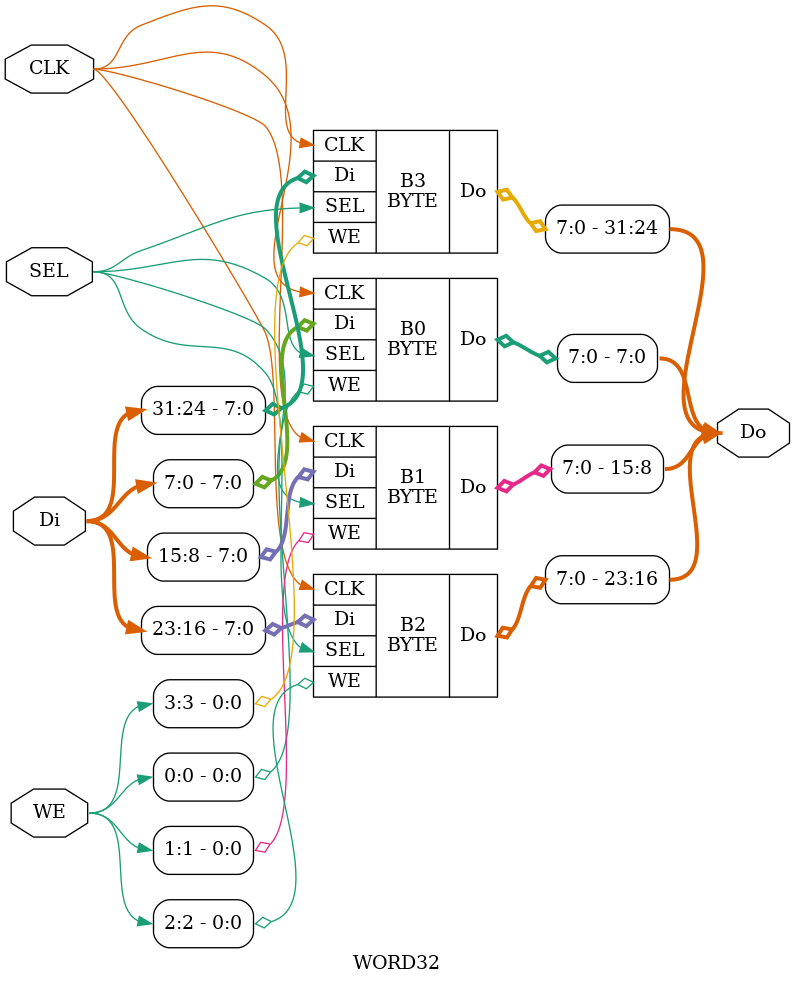
<source format=v>
/* Generated by Yosys 0.9+3621 (git sha1 84e9fa7, gcc 8.3.1 -fPIC -Os) */

module BYTE(CLK, WE, SEL, Di, Do);
  input CLK;
  input [7:0] Di;
  output [7:0] Do;
  wire GCLK;
  input SEL;
  wire SEL_B;
  input WE;
  wire \q_wire[0] ;
  wire \q_wire[1] ;
  wire \q_wire[2] ;
  wire \q_wire[3] ;
  wire \q_wire[4] ;
  wire \q_wire[5] ;
  wire \q_wire[6] ;
  wire \q_wire[7] ;
  wire we_wire;
  sky130_fd_sc_hd__dfxtp_1 \BIT[0].FF  (
    .CLK(GCLK),
    .D(Di[0]),
    .Q(\q_wire[0] )
  );
  sky130_fd_sc_hd__ebufn_2 \BIT[0].OBUF  (
    .A(\q_wire[0] ),
    .TE_B(SEL_B),
    .Z(Do[0])
  );
  sky130_fd_sc_hd__dfxtp_1 \BIT[1].FF  (
    .CLK(GCLK),
    .D(Di[1]),
    .Q(\q_wire[1] )
  );
  sky130_fd_sc_hd__ebufn_2 \BIT[1].OBUF  (
    .A(\q_wire[1] ),
    .TE_B(SEL_B),
    .Z(Do[1])
  );
  sky130_fd_sc_hd__dfxtp_1 \BIT[2].FF  (
    .CLK(GCLK),
    .D(Di[2]),
    .Q(\q_wire[2] )
  );
  sky130_fd_sc_hd__ebufn_2 \BIT[2].OBUF  (
    .A(\q_wire[2] ),
    .TE_B(SEL_B),
    .Z(Do[2])
  );
  sky130_fd_sc_hd__dfxtp_1 \BIT[3].FF  (
    .CLK(GCLK),
    .D(Di[3]),
    .Q(\q_wire[3] )
  );
  sky130_fd_sc_hd__ebufn_2 \BIT[3].OBUF  (
    .A(\q_wire[3] ),
    .TE_B(SEL_B),
    .Z(Do[3])
  );
  sky130_fd_sc_hd__dfxtp_1 \BIT[4].FF  (
    .CLK(GCLK),
    .D(Di[4]),
    .Q(\q_wire[4] )
  );
  sky130_fd_sc_hd__ebufn_2 \BIT[4].OBUF  (
    .A(\q_wire[4] ),
    .TE_B(SEL_B),
    .Z(Do[4])
  );
  sky130_fd_sc_hd__dfxtp_1 \BIT[5].FF  (
    .CLK(GCLK),
    .D(Di[5]),
    .Q(\q_wire[5] )
  );
  sky130_fd_sc_hd__ebufn_2 \BIT[5].OBUF  (
    .A(\q_wire[5] ),
    .TE_B(SEL_B),
    .Z(Do[5])
  );
  sky130_fd_sc_hd__dfxtp_1 \BIT[6].FF  (
    .CLK(GCLK),
    .D(Di[6]),
    .Q(\q_wire[6] )
  );
  sky130_fd_sc_hd__ebufn_2 \BIT[6].OBUF  (
    .A(\q_wire[6] ),
    .TE_B(SEL_B),
    .Z(Do[6])
  );
  sky130_fd_sc_hd__dfxtp_1 \BIT[7].FF  (
    .CLK(GCLK),
    .D(Di[7]),
    .Q(\q_wire[7] )
  );
  sky130_fd_sc_hd__ebufn_2 \BIT[7].OBUF  (
    .A(\q_wire[7] ),
    .TE_B(SEL_B),
    .Z(Do[7])
  );
  sky130_fd_sc_hd__dlclkp_1 CG (
    .CLK(CLK),
    .GATE(we_wire),
    .GCLK(GCLK)
  );
  sky130_fd_sc_hd__and2_1 CGAND (
    .A(SEL),
    .B(WE),
    .X(we_wire)
  );
  sky130_fd_sc_hd__inv_1 INV (
    .A(SEL),
    .Y(SEL_B)
  );
endmodule

module DEC2x4(EN, A, SEL);
  input [1:0] A;
  input EN;
  output [3:0] SEL;
  sky130_fd_sc_hd__nor3b_4 AND0 (
    .A(A[0]),
    .B(A[1]),
    .C_N(EN),
    .Y(SEL[0])
  );
  sky130_fd_sc_hd__and3b_4 AND1 (
    .A_N(A[1]),
    .B(A[0]),
    .C(EN),
    .X(SEL[1])
  );
  sky130_fd_sc_hd__and3b_4 AND2 (
    .A_N(A[0]),
    .B(A[1]),
    .C(EN),
    .X(SEL[2])
  );
  sky130_fd_sc_hd__and3_4 AND3 (
    .A(A[1]),
    .B(A[0]),
    .C(EN),
    .X(SEL[3])
  );
endmodule

module DEC3x8(EN, A, SEL);
  input [2:0] A;
  input EN;
  output [7:0] SEL;
  sky130_fd_sc_hd__nor4b_2 AND0 (
    .A(A[0]),
    .B(A[1]),
    .C(A[2]),
    .D_N(EN),
    .Y(SEL[0])
  );
  sky130_fd_sc_hd__and4bb_2 AND1 (
    .A_N(A[2]),
    .B_N(A[1]),
    .C(A[0]),
    .D(EN),
    .X(SEL[1])
  );
  sky130_fd_sc_hd__and4bb_2 AND2 (
    .A_N(A[2]),
    .B_N(A[0]),
    .C(A[1]),
    .D(EN),
    .X(SEL[2])
  );
  sky130_fd_sc_hd__and4b_2 AND3 (
    .A_N(A[2]),
    .B(A[1]),
    .C(A[0]),
    .D(EN),
    .X(SEL[3])
  );
  sky130_fd_sc_hd__and4bb_2 AND4 (
    .A_N(A[0]),
    .B_N(A[1]),
    .C(A[2]),
    .D(EN),
    .X(SEL[4])
  );
  sky130_fd_sc_hd__and4b_2 AND5 (
    .A_N(A[1]),
    .B(A[0]),
    .C(A[2]),
    .D(EN),
    .X(SEL[5])
  );
  sky130_fd_sc_hd__and4b_2 AND6 (
    .A_N(A[0]),
    .B(A[1]),
    .C(A[2]),
    .D(EN),
    .X(SEL[6])
  );
  sky130_fd_sc_hd__and4_2 AND7 (
    .A(A[0]),
    .B(A[1]),
    .C(A[2]),
    .D(EN),
    .X(SEL[7])
  );
endmodule

module DEC6x64(EN, A, SEL);
  input [5:0] A;
  wire \A_buf[0] ;
  wire \A_buf[1] ;
  wire \A_buf[2] ;
  input EN;
  output [63:0] SEL;
  wire \SEL0_w[0] ;
  wire \SEL0_w[1] ;
  wire \SEL0_w[2] ;
  wire \SEL0_w[3] ;
  wire \SEL0_w[4] ;
  wire \SEL0_w[5] ;
  wire \SEL0_w[6] ;
  wire \SEL0_w[7] ;
  sky130_fd_sc_hd__clkbuf_16 \ABUF[0]  (
    .A(A[0]),
    .X(\A_buf[0] )
  );
  sky130_fd_sc_hd__clkbuf_16 \ABUF[1]  (
    .A(A[1]),
    .X(\A_buf[1] )
  );
  sky130_fd_sc_hd__clkbuf_16 \ABUF[2]  (
    .A(A[2]),
    .X(\A_buf[2] )
  );
  DEC3x8 DEC_L0 (
    .A(A[5:3]),
    .EN(EN),
    .SEL({ \SEL0_w[7] , \SEL0_w[6] , \SEL0_w[5] , \SEL0_w[4] , \SEL0_w[3] , \SEL0_w[2] , \SEL0_w[1] , \SEL0_w[0]  })
  );
  DEC3x8 \DEC_L1[0].U  (
    .A({ \A_buf[2] , \A_buf[1] , \A_buf[0]  }),
    .EN(\SEL0_w[0] ),
    .SEL(SEL[7:0])
  );
  DEC3x8 \DEC_L1[1].U  (
    .A({ \A_buf[2] , \A_buf[1] , \A_buf[0]  }),
    .EN(\SEL0_w[1] ),
    .SEL(SEL[15:8])
  );
  DEC3x8 \DEC_L1[2].U  (
    .A({ \A_buf[2] , \A_buf[1] , \A_buf[0]  }),
    .EN(\SEL0_w[2] ),
    .SEL(SEL[23:16])
  );
  DEC3x8 \DEC_L1[3].U  (
    .A({ \A_buf[2] , \A_buf[1] , \A_buf[0]  }),
    .EN(\SEL0_w[3] ),
    .SEL(SEL[31:24])
  );
  DEC3x8 \DEC_L1[4].U  (
    .A({ \A_buf[2] , \A_buf[1] , \A_buf[0]  }),
    .EN(\SEL0_w[4] ),
    .SEL(SEL[39:32])
  );
  DEC3x8 \DEC_L1[5].U  (
    .A({ \A_buf[2] , \A_buf[1] , \A_buf[0]  }),
    .EN(\SEL0_w[5] ),
    .SEL(SEL[47:40])
  );
  DEC3x8 \DEC_L1[6].U  (
    .A({ \A_buf[2] , \A_buf[1] , \A_buf[0]  }),
    .EN(\SEL0_w[6] ),
    .SEL(SEL[55:48])
  );
  DEC3x8 \DEC_L1[7].U  (
    .A({ \A_buf[2] , \A_buf[1] , \A_buf[0]  }),
    .EN(\SEL0_w[7] ),
    .SEL(SEL[63:56])
  );
endmodule

module DFFRAM(CLK, WE, EN, Di, Do, A);
  input [7:0] A;
  input CLK;
  wire \DOUT[0][0] ;
  wire \DOUT[0][10] ;
  wire \DOUT[0][11] ;
  wire \DOUT[0][12] ;
  wire \DOUT[0][13] ;
  wire \DOUT[0][14] ;
  wire \DOUT[0][15] ;
  wire \DOUT[0][16] ;
  wire \DOUT[0][17] ;
  wire \DOUT[0][18] ;
  wire \DOUT[0][19] ;
  wire \DOUT[0][1] ;
  wire \DOUT[0][20] ;
  wire \DOUT[0][21] ;
  wire \DOUT[0][22] ;
  wire \DOUT[0][23] ;
  wire \DOUT[0][24] ;
  wire \DOUT[0][25] ;
  wire \DOUT[0][26] ;
  wire \DOUT[0][27] ;
  wire \DOUT[0][28] ;
  wire \DOUT[0][29] ;
  wire \DOUT[0][2] ;
  wire \DOUT[0][30] ;
  wire \DOUT[0][31] ;
  wire \DOUT[0][3] ;
  wire \DOUT[0][4] ;
  wire \DOUT[0][5] ;
  wire \DOUT[0][6] ;
  wire \DOUT[0][7] ;
  wire \DOUT[0][8] ;
  wire \DOUT[0][9] ;
  input [31:0] Di;
  output [31:0] Do;
  wire \Do_pre[0] ;
  wire \Do_pre[10] ;
  wire \Do_pre[11] ;
  wire \Do_pre[12] ;
  wire \Do_pre[13] ;
  wire \Do_pre[14] ;
  wire \Do_pre[15] ;
  wire \Do_pre[16] ;
  wire \Do_pre[17] ;
  wire \Do_pre[18] ;
  wire \Do_pre[19] ;
  wire \Do_pre[1] ;
  wire \Do_pre[20] ;
  wire \Do_pre[21] ;
  wire \Do_pre[22] ;
  wire \Do_pre[23] ;
  wire \Do_pre[24] ;
  wire \Do_pre[25] ;
  wire \Do_pre[26] ;
  wire \Do_pre[27] ;
  wire \Do_pre[28] ;
  wire \Do_pre[29] ;
  wire \Do_pre[2] ;
  wire \Do_pre[30] ;
  wire \Do_pre[31] ;
  wire \Do_pre[3] ;
  wire \Do_pre[4] ;
  wire \Do_pre[5] ;
  wire \Do_pre[6] ;
  wire \Do_pre[7] ;
  wire \Do_pre[8] ;
  wire \Do_pre[9] ;
  input EN;
  wire EN_lines;
  input [3:0] WE;
  DFFRAM_COL4 \COLUMN[0].RAMCOLS  (
    .A(A),
    .CLK(CLK),
    .Di(Di),
    .Do({ \DOUT[0][31] , \DOUT[0][30] , \DOUT[0][29] , \DOUT[0][28] , \DOUT[0][27] , \DOUT[0][26] , \DOUT[0][25] , \DOUT[0][24] , \DOUT[0][23] , \DOUT[0][22] , \DOUT[0][21] , \DOUT[0][20] , \DOUT[0][19] , \DOUT[0][18] , \DOUT[0][17] , \DOUT[0][16] , \DOUT[0][15] , \DOUT[0][14] , \DOUT[0][13] , \DOUT[0][12] , \DOUT[0][11] , \DOUT[0][10] , \DOUT[0][9] , \DOUT[0][8] , \DOUT[0][7] , \DOUT[0][6] , \DOUT[0][5] , \DOUT[0][4] , \DOUT[0][3] , \DOUT[0][2] , \DOUT[0][1] , \DOUT[0][0]  }),
    .EN(EN_lines),
    .WE(WE)
  );
  sky130_fd_sc_hd__clkbuf_4 \DOBUF[0]  (
    .A(\Do_pre[0] ),
    .X(Do[0])
  );
  sky130_fd_sc_hd__clkbuf_4 \DOBUF[10]  (
    .A(\Do_pre[10] ),
    .X(Do[10])
  );
  sky130_fd_sc_hd__clkbuf_4 \DOBUF[11]  (
    .A(\Do_pre[11] ),
    .X(Do[11])
  );
  sky130_fd_sc_hd__clkbuf_4 \DOBUF[12]  (
    .A(\Do_pre[12] ),
    .X(Do[12])
  );
  sky130_fd_sc_hd__clkbuf_4 \DOBUF[13]  (
    .A(\Do_pre[13] ),
    .X(Do[13])
  );
  sky130_fd_sc_hd__clkbuf_4 \DOBUF[14]  (
    .A(\Do_pre[14] ),
    .X(Do[14])
  );
  sky130_fd_sc_hd__clkbuf_4 \DOBUF[15]  (
    .A(\Do_pre[15] ),
    .X(Do[15])
  );
  sky130_fd_sc_hd__clkbuf_4 \DOBUF[16]  (
    .A(\Do_pre[16] ),
    .X(Do[16])
  );
  sky130_fd_sc_hd__clkbuf_4 \DOBUF[17]  (
    .A(\Do_pre[17] ),
    .X(Do[17])
  );
  sky130_fd_sc_hd__clkbuf_4 \DOBUF[18]  (
    .A(\Do_pre[18] ),
    .X(Do[18])
  );
  sky130_fd_sc_hd__clkbuf_4 \DOBUF[19]  (
    .A(\Do_pre[19] ),
    .X(Do[19])
  );
  sky130_fd_sc_hd__clkbuf_4 \DOBUF[1]  (
    .A(\Do_pre[1] ),
    .X(Do[1])
  );
  sky130_fd_sc_hd__clkbuf_4 \DOBUF[20]  (
    .A(\Do_pre[20] ),
    .X(Do[20])
  );
  sky130_fd_sc_hd__clkbuf_4 \DOBUF[21]  (
    .A(\Do_pre[21] ),
    .X(Do[21])
  );
  sky130_fd_sc_hd__clkbuf_4 \DOBUF[22]  (
    .A(\Do_pre[22] ),
    .X(Do[22])
  );
  sky130_fd_sc_hd__clkbuf_4 \DOBUF[23]  (
    .A(\Do_pre[23] ),
    .X(Do[23])
  );
  sky130_fd_sc_hd__clkbuf_4 \DOBUF[24]  (
    .A(\Do_pre[24] ),
    .X(Do[24])
  );
  sky130_fd_sc_hd__clkbuf_4 \DOBUF[25]  (
    .A(\Do_pre[25] ),
    .X(Do[25])
  );
  sky130_fd_sc_hd__clkbuf_4 \DOBUF[26]  (
    .A(\Do_pre[26] ),
    .X(Do[26])
  );
  sky130_fd_sc_hd__clkbuf_4 \DOBUF[27]  (
    .A(\Do_pre[27] ),
    .X(Do[27])
  );
  sky130_fd_sc_hd__clkbuf_4 \DOBUF[28]  (
    .A(\Do_pre[28] ),
    .X(Do[28])
  );
  sky130_fd_sc_hd__clkbuf_4 \DOBUF[29]  (
    .A(\Do_pre[29] ),
    .X(Do[29])
  );
  sky130_fd_sc_hd__clkbuf_4 \DOBUF[2]  (
    .A(\Do_pre[2] ),
    .X(Do[2])
  );
  sky130_fd_sc_hd__clkbuf_4 \DOBUF[30]  (
    .A(\Do_pre[30] ),
    .X(Do[30])
  );
  sky130_fd_sc_hd__clkbuf_4 \DOBUF[31]  (
    .A(\Do_pre[31] ),
    .X(Do[31])
  );
  sky130_fd_sc_hd__clkbuf_4 \DOBUF[3]  (
    .A(\Do_pre[3] ),
    .X(Do[3])
  );
  sky130_fd_sc_hd__clkbuf_4 \DOBUF[4]  (
    .A(\Do_pre[4] ),
    .X(Do[4])
  );
  sky130_fd_sc_hd__clkbuf_4 \DOBUF[5]  (
    .A(\Do_pre[5] ),
    .X(Do[5])
  );
  sky130_fd_sc_hd__clkbuf_4 \DOBUF[6]  (
    .A(\Do_pre[6] ),
    .X(Do[6])
  );
  sky130_fd_sc_hd__clkbuf_4 \DOBUF[7]  (
    .A(\Do_pre[7] ),
    .X(Do[7])
  );
  sky130_fd_sc_hd__clkbuf_4 \DOBUF[8]  (
    .A(\Do_pre[8] ),
    .X(Do[8])
  );
  sky130_fd_sc_hd__clkbuf_4 \DOBUF[9]  (
    .A(\Do_pre[9] ),
    .X(Do[9])
  );
  sky130_fd_sc_hd__clkbuf_4 ENBUF (
    .A(EN),
    .X(EN_lines)
  );
  PASS MUX (
    .A({ \DOUT[0][31] , \DOUT[0][30] , \DOUT[0][29] , \DOUT[0][28] , \DOUT[0][27] , \DOUT[0][26] , \DOUT[0][25] , \DOUT[0][24] , \DOUT[0][23] , \DOUT[0][22] , \DOUT[0][21] , \DOUT[0][20] , \DOUT[0][19] , \DOUT[0][18] , \DOUT[0][17] , \DOUT[0][16] , \DOUT[0][15] , \DOUT[0][14] , \DOUT[0][13] , \DOUT[0][12] , \DOUT[0][11] , \DOUT[0][10] , \DOUT[0][9] , \DOUT[0][8] , \DOUT[0][7] , \DOUT[0][6] , \DOUT[0][5] , \DOUT[0][4] , \DOUT[0][3] , \DOUT[0][2] , \DOUT[0][1] , \DOUT[0][0]  }),
    .X({ \Do_pre[31] , \Do_pre[30] , \Do_pre[29] , \Do_pre[28] , \Do_pre[27] , \Do_pre[26] , \Do_pre[25] , \Do_pre[24] , \Do_pre[23] , \Do_pre[22] , \Do_pre[21] , \Do_pre[20] , \Do_pre[19] , \Do_pre[18] , \Do_pre[17] , \Do_pre[16] , \Do_pre[15] , \Do_pre[14] , \Do_pre[13] , \Do_pre[12] , \Do_pre[11] , \Do_pre[10] , \Do_pre[9] , \Do_pre[8] , \Do_pre[7] , \Do_pre[6] , \Do_pre[5] , \Do_pre[4] , \Do_pre[3] , \Do_pre[2] , \Do_pre[1] , \Do_pre[0]  })
  );
endmodule

module DFFRAM_COL4(CLK, WE, EN, Di, Do, A);
  input [7:0] A;
  wire \A_buf[3] ;
  wire \A_buf[4] ;
  wire \A_buf[5] ;
  input CLK;
  wire CLK_buf;
  input [31:0] Di;
  wire \Di_buf[0] ;
  wire \Di_buf[10] ;
  wire \Di_buf[11] ;
  wire \Di_buf[12] ;
  wire \Di_buf[13] ;
  wire \Di_buf[14] ;
  wire \Di_buf[15] ;
  wire \Di_buf[16] ;
  wire \Di_buf[17] ;
  wire \Di_buf[18] ;
  wire \Di_buf[19] ;
  wire \Di_buf[1] ;
  wire \Di_buf[20] ;
  wire \Di_buf[21] ;
  wire \Di_buf[22] ;
  wire \Di_buf[23] ;
  wire \Di_buf[24] ;
  wire \Di_buf[25] ;
  wire \Di_buf[26] ;
  wire \Di_buf[27] ;
  wire \Di_buf[28] ;
  wire \Di_buf[29] ;
  wire \Di_buf[2] ;
  wire \Di_buf[30] ;
  wire \Di_buf[31] ;
  wire \Di_buf[3] ;
  wire \Di_buf[4] ;
  wire \Di_buf[5] ;
  wire \Di_buf[6] ;
  wire \Di_buf[7] ;
  wire \Di_buf[8] ;
  wire \Di_buf[9] ;
  output [31:0] Do;
  wire \Do_B_0_0[0] ;
  wire \Do_B_0_0[10] ;
  wire \Do_B_0_0[11] ;
  wire \Do_B_0_0[12] ;
  wire \Do_B_0_0[13] ;
  wire \Do_B_0_0[14] ;
  wire \Do_B_0_0[15] ;
  wire \Do_B_0_0[16] ;
  wire \Do_B_0_0[17] ;
  wire \Do_B_0_0[18] ;
  wire \Do_B_0_0[19] ;
  wire \Do_B_0_0[1] ;
  wire \Do_B_0_0[20] ;
  wire \Do_B_0_0[21] ;
  wire \Do_B_0_0[22] ;
  wire \Do_B_0_0[23] ;
  wire \Do_B_0_0[24] ;
  wire \Do_B_0_0[25] ;
  wire \Do_B_0_0[26] ;
  wire \Do_B_0_0[27] ;
  wire \Do_B_0_0[28] ;
  wire \Do_B_0_0[29] ;
  wire \Do_B_0_0[2] ;
  wire \Do_B_0_0[30] ;
  wire \Do_B_0_0[31] ;
  wire \Do_B_0_0[3] ;
  wire \Do_B_0_0[4] ;
  wire \Do_B_0_0[5] ;
  wire \Do_B_0_0[6] ;
  wire \Do_B_0_0[7] ;
  wire \Do_B_0_0[8] ;
  wire \Do_B_0_0[9] ;
  wire \Do_B_0_1[0] ;
  wire \Do_B_0_1[10] ;
  wire \Do_B_0_1[11] ;
  wire \Do_B_0_1[12] ;
  wire \Do_B_0_1[13] ;
  wire \Do_B_0_1[14] ;
  wire \Do_B_0_1[15] ;
  wire \Do_B_0_1[16] ;
  wire \Do_B_0_1[17] ;
  wire \Do_B_0_1[18] ;
  wire \Do_B_0_1[19] ;
  wire \Do_B_0_1[1] ;
  wire \Do_B_0_1[20] ;
  wire \Do_B_0_1[21] ;
  wire \Do_B_0_1[22] ;
  wire \Do_B_0_1[23] ;
  wire \Do_B_0_1[24] ;
  wire \Do_B_0_1[25] ;
  wire \Do_B_0_1[26] ;
  wire \Do_B_0_1[27] ;
  wire \Do_B_0_1[28] ;
  wire \Do_B_0_1[29] ;
  wire \Do_B_0_1[2] ;
  wire \Do_B_0_1[30] ;
  wire \Do_B_0_1[31] ;
  wire \Do_B_0_1[3] ;
  wire \Do_B_0_1[4] ;
  wire \Do_B_0_1[5] ;
  wire \Do_B_0_1[6] ;
  wire \Do_B_0_1[7] ;
  wire \Do_B_0_1[8] ;
  wire \Do_B_0_1[9] ;
  wire \Do_B_0_2[0] ;
  wire \Do_B_0_2[10] ;
  wire \Do_B_0_2[11] ;
  wire \Do_B_0_2[12] ;
  wire \Do_B_0_2[13] ;
  wire \Do_B_0_2[14] ;
  wire \Do_B_0_2[15] ;
  wire \Do_B_0_2[16] ;
  wire \Do_B_0_2[17] ;
  wire \Do_B_0_2[18] ;
  wire \Do_B_0_2[19] ;
  wire \Do_B_0_2[1] ;
  wire \Do_B_0_2[20] ;
  wire \Do_B_0_2[21] ;
  wire \Do_B_0_2[22] ;
  wire \Do_B_0_2[23] ;
  wire \Do_B_0_2[24] ;
  wire \Do_B_0_2[25] ;
  wire \Do_B_0_2[26] ;
  wire \Do_B_0_2[27] ;
  wire \Do_B_0_2[28] ;
  wire \Do_B_0_2[29] ;
  wire \Do_B_0_2[2] ;
  wire \Do_B_0_2[30] ;
  wire \Do_B_0_2[31] ;
  wire \Do_B_0_2[3] ;
  wire \Do_B_0_2[4] ;
  wire \Do_B_0_2[5] ;
  wire \Do_B_0_2[6] ;
  wire \Do_B_0_2[7] ;
  wire \Do_B_0_2[8] ;
  wire \Do_B_0_2[9] ;
  wire \Do_B_0_3[0] ;
  wire \Do_B_0_3[10] ;
  wire \Do_B_0_3[11] ;
  wire \Do_B_0_3[12] ;
  wire \Do_B_0_3[13] ;
  wire \Do_B_0_3[14] ;
  wire \Do_B_0_3[15] ;
  wire \Do_B_0_3[16] ;
  wire \Do_B_0_3[17] ;
  wire \Do_B_0_3[18] ;
  wire \Do_B_0_3[19] ;
  wire \Do_B_0_3[1] ;
  wire \Do_B_0_3[20] ;
  wire \Do_B_0_3[21] ;
  wire \Do_B_0_3[22] ;
  wire \Do_B_0_3[23] ;
  wire \Do_B_0_3[24] ;
  wire \Do_B_0_3[25] ;
  wire \Do_B_0_3[26] ;
  wire \Do_B_0_3[27] ;
  wire \Do_B_0_3[28] ;
  wire \Do_B_0_3[29] ;
  wire \Do_B_0_3[2] ;
  wire \Do_B_0_3[30] ;
  wire \Do_B_0_3[31] ;
  wire \Do_B_0_3[3] ;
  wire \Do_B_0_3[4] ;
  wire \Do_B_0_3[5] ;
  wire \Do_B_0_3[6] ;
  wire \Do_B_0_3[7] ;
  wire \Do_B_0_3[8] ;
  wire \Do_B_0_3[9] ;
  wire \Do_pre[0] ;
  wire \Do_pre[10] ;
  wire \Do_pre[11] ;
  wire \Do_pre[12] ;
  wire \Do_pre[13] ;
  wire \Do_pre[14] ;
  wire \Do_pre[15] ;
  wire \Do_pre[16] ;
  wire \Do_pre[17] ;
  wire \Do_pre[18] ;
  wire \Do_pre[19] ;
  wire \Do_pre[1] ;
  wire \Do_pre[20] ;
  wire \Do_pre[21] ;
  wire \Do_pre[22] ;
  wire \Do_pre[23] ;
  wire \Do_pre[24] ;
  wire \Do_pre[25] ;
  wire \Do_pre[26] ;
  wire \Do_pre[27] ;
  wire \Do_pre[28] ;
  wire \Do_pre[29] ;
  wire \Do_pre[2] ;
  wire \Do_pre[30] ;
  wire \Do_pre[31] ;
  wire \Do_pre[3] ;
  wire \Do_pre[4] ;
  wire \Do_pre[5] ;
  wire \Do_pre[6] ;
  wire \Do_pre[7] ;
  wire \Do_pre[8] ;
  wire \Do_pre[9] ;
  input EN;
  input [3:0] WE;
  wire \WE_buf[0] ;
  wire \WE_buf[1] ;
  wire \WE_buf[2] ;
  wire \WE_buf[3] ;
  wire \row_sel[0] ;
  wire \row_sel[1] ;
  wire \row_sel[2] ;
  wire \row_sel[3] ;
  sky130_fd_sc_hd__clkbuf_16 \ABUF[0]  (
    .A(A[3]),
    .X(\A_buf[3] )
  );
  sky130_fd_sc_hd__clkbuf_16 \ABUF[1]  (
    .A(A[4]),
    .X(\A_buf[4] )
  );
  sky130_fd_sc_hd__clkbuf_16 \ABUF[2]  (
    .A(A[5]),
    .X(\A_buf[5] )
  );
  SRAM64x32 B_0_0 (
    .A({ \A_buf[5] , \A_buf[4] , \A_buf[3] , A[2:0] }),
    .CLK(CLK_buf),
    .Di({ \Di_buf[31] , \Di_buf[30] , \Di_buf[29] , \Di_buf[28] , \Di_buf[27] , \Di_buf[26] , \Di_buf[25] , \Di_buf[24] , \Di_buf[23] , \Di_buf[22] , \Di_buf[21] , \Di_buf[20] , \Di_buf[19] , \Di_buf[18] , \Di_buf[17] , \Di_buf[16] , \Di_buf[15] , \Di_buf[14] , \Di_buf[13] , \Di_buf[12] , \Di_buf[11] , \Di_buf[10] , \Di_buf[9] , \Di_buf[8] , \Di_buf[7] , \Di_buf[6] , \Di_buf[5] , \Di_buf[4] , \Di_buf[3] , \Di_buf[2] , \Di_buf[1] , \Di_buf[0]  }),
    .Do({ \Do_B_0_0[31] , \Do_B_0_0[30] , \Do_B_0_0[29] , \Do_B_0_0[28] , \Do_B_0_0[27] , \Do_B_0_0[26] , \Do_B_0_0[25] , \Do_B_0_0[24] , \Do_B_0_0[23] , \Do_B_0_0[22] , \Do_B_0_0[21] , \Do_B_0_0[20] , \Do_B_0_0[19] , \Do_B_0_0[18] , \Do_B_0_0[17] , \Do_B_0_0[16] , \Do_B_0_0[15] , \Do_B_0_0[14] , \Do_B_0_0[13] , \Do_B_0_0[12] , \Do_B_0_0[11] , \Do_B_0_0[10] , \Do_B_0_0[9] , \Do_B_0_0[8] , \Do_B_0_0[7] , \Do_B_0_0[6] , \Do_B_0_0[5] , \Do_B_0_0[4] , \Do_B_0_0[3] , \Do_B_0_0[2] , \Do_B_0_0[1] , \Do_B_0_0[0]  }),
    .EN(\row_sel[0] ),
    .WE({ \WE_buf[3] , \WE_buf[2] , \WE_buf[1] , \WE_buf[0]  })
  );
  SRAM64x32 B_0_1 (
    .A({ \A_buf[5] , \A_buf[4] , \A_buf[3] , A[2:0] }),
    .CLK(CLK_buf),
    .Di({ \Di_buf[31] , \Di_buf[30] , \Di_buf[29] , \Di_buf[28] , \Di_buf[27] , \Di_buf[26] , \Di_buf[25] , \Di_buf[24] , \Di_buf[23] , \Di_buf[22] , \Di_buf[21] , \Di_buf[20] , \Di_buf[19] , \Di_buf[18] , \Di_buf[17] , \Di_buf[16] , \Di_buf[15] , \Di_buf[14] , \Di_buf[13] , \Di_buf[12] , \Di_buf[11] , \Di_buf[10] , \Di_buf[9] , \Di_buf[8] , \Di_buf[7] , \Di_buf[6] , \Di_buf[5] , \Di_buf[4] , \Di_buf[3] , \Di_buf[2] , \Di_buf[1] , \Di_buf[0]  }),
    .Do({ \Do_B_0_1[31] , \Do_B_0_1[30] , \Do_B_0_1[29] , \Do_B_0_1[28] , \Do_B_0_1[27] , \Do_B_0_1[26] , \Do_B_0_1[25] , \Do_B_0_1[24] , \Do_B_0_1[23] , \Do_B_0_1[22] , \Do_B_0_1[21] , \Do_B_0_1[20] , \Do_B_0_1[19] , \Do_B_0_1[18] , \Do_B_0_1[17] , \Do_B_0_1[16] , \Do_B_0_1[15] , \Do_B_0_1[14] , \Do_B_0_1[13] , \Do_B_0_1[12] , \Do_B_0_1[11] , \Do_B_0_1[10] , \Do_B_0_1[9] , \Do_B_0_1[8] , \Do_B_0_1[7] , \Do_B_0_1[6] , \Do_B_0_1[5] , \Do_B_0_1[4] , \Do_B_0_1[3] , \Do_B_0_1[2] , \Do_B_0_1[1] , \Do_B_0_1[0]  }),
    .EN(\row_sel[1] ),
    .WE({ \WE_buf[3] , \WE_buf[2] , \WE_buf[1] , \WE_buf[0]  })
  );
  SRAM64x32 B_0_2 (
    .A({ \A_buf[5] , \A_buf[4] , \A_buf[3] , A[2:0] }),
    .CLK(CLK_buf),
    .Di({ \Di_buf[31] , \Di_buf[30] , \Di_buf[29] , \Di_buf[28] , \Di_buf[27] , \Di_buf[26] , \Di_buf[25] , \Di_buf[24] , \Di_buf[23] , \Di_buf[22] , \Di_buf[21] , \Di_buf[20] , \Di_buf[19] , \Di_buf[18] , \Di_buf[17] , \Di_buf[16] , \Di_buf[15] , \Di_buf[14] , \Di_buf[13] , \Di_buf[12] , \Di_buf[11] , \Di_buf[10] , \Di_buf[9] , \Di_buf[8] , \Di_buf[7] , \Di_buf[6] , \Di_buf[5] , \Di_buf[4] , \Di_buf[3] , \Di_buf[2] , \Di_buf[1] , \Di_buf[0]  }),
    .Do({ \Do_B_0_2[31] , \Do_B_0_2[30] , \Do_B_0_2[29] , \Do_B_0_2[28] , \Do_B_0_2[27] , \Do_B_0_2[26] , \Do_B_0_2[25] , \Do_B_0_2[24] , \Do_B_0_2[23] , \Do_B_0_2[22] , \Do_B_0_2[21] , \Do_B_0_2[20] , \Do_B_0_2[19] , \Do_B_0_2[18] , \Do_B_0_2[17] , \Do_B_0_2[16] , \Do_B_0_2[15] , \Do_B_0_2[14] , \Do_B_0_2[13] , \Do_B_0_2[12] , \Do_B_0_2[11] , \Do_B_0_2[10] , \Do_B_0_2[9] , \Do_B_0_2[8] , \Do_B_0_2[7] , \Do_B_0_2[6] , \Do_B_0_2[5] , \Do_B_0_2[4] , \Do_B_0_2[3] , \Do_B_0_2[2] , \Do_B_0_2[1] , \Do_B_0_2[0]  }),
    .EN(\row_sel[2] ),
    .WE({ \WE_buf[3] , \WE_buf[2] , \WE_buf[1] , \WE_buf[0]  })
  );
  SRAM64x32 B_0_3 (
    .A({ \A_buf[5] , \A_buf[4] , \A_buf[3] , A[2:0] }),
    .CLK(CLK_buf),
    .Di({ \Di_buf[31] , \Di_buf[30] , \Di_buf[29] , \Di_buf[28] , \Di_buf[27] , \Di_buf[26] , \Di_buf[25] , \Di_buf[24] , \Di_buf[23] , \Di_buf[22] , \Di_buf[21] , \Di_buf[20] , \Di_buf[19] , \Di_buf[18] , \Di_buf[17] , \Di_buf[16] , \Di_buf[15] , \Di_buf[14] , \Di_buf[13] , \Di_buf[12] , \Di_buf[11] , \Di_buf[10] , \Di_buf[9] , \Di_buf[8] , \Di_buf[7] , \Di_buf[6] , \Di_buf[5] , \Di_buf[4] , \Di_buf[3] , \Di_buf[2] , \Di_buf[1] , \Di_buf[0]  }),
    .Do({ \Do_B_0_3[31] , \Do_B_0_3[30] , \Do_B_0_3[29] , \Do_B_0_3[28] , \Do_B_0_3[27] , \Do_B_0_3[26] , \Do_B_0_3[25] , \Do_B_0_3[24] , \Do_B_0_3[23] , \Do_B_0_3[22] , \Do_B_0_3[21] , \Do_B_0_3[20] , \Do_B_0_3[19] , \Do_B_0_3[18] , \Do_B_0_3[17] , \Do_B_0_3[16] , \Do_B_0_3[15] , \Do_B_0_3[14] , \Do_B_0_3[13] , \Do_B_0_3[12] , \Do_B_0_3[11] , \Do_B_0_3[10] , \Do_B_0_3[9] , \Do_B_0_3[8] , \Do_B_0_3[7] , \Do_B_0_3[6] , \Do_B_0_3[5] , \Do_B_0_3[4] , \Do_B_0_3[3] , \Do_B_0_3[2] , \Do_B_0_3[1] , \Do_B_0_3[0]  }),
    .EN(\row_sel[3] ),
    .WE({ \WE_buf[3] , \WE_buf[2] , \WE_buf[1] , \WE_buf[0]  })
  );
  sky130_fd_sc_hd__clkbuf_8 CLKBUF (
    .A(CLK),
    .X(CLK_buf)
  );
  DEC2x4 DEC (
    .A(A[7:6]),
    .EN(EN),
    .SEL({ \row_sel[3] , \row_sel[2] , \row_sel[1] , \row_sel[0]  })
  );
  sky130_fd_sc_hd__clkbuf_8 \DIBUF[0]  (
    .A(Di[0]),
    .X(\Di_buf[0] )
  );
  sky130_fd_sc_hd__clkbuf_8 \DIBUF[10]  (
    .A(Di[10]),
    .X(\Di_buf[10] )
  );
  sky130_fd_sc_hd__clkbuf_8 \DIBUF[11]  (
    .A(Di[11]),
    .X(\Di_buf[11] )
  );
  sky130_fd_sc_hd__clkbuf_8 \DIBUF[12]  (
    .A(Di[12]),
    .X(\Di_buf[12] )
  );
  sky130_fd_sc_hd__clkbuf_8 \DIBUF[13]  (
    .A(Di[13]),
    .X(\Di_buf[13] )
  );
  sky130_fd_sc_hd__clkbuf_8 \DIBUF[14]  (
    .A(Di[14]),
    .X(\Di_buf[14] )
  );
  sky130_fd_sc_hd__clkbuf_8 \DIBUF[15]  (
    .A(Di[15]),
    .X(\Di_buf[15] )
  );
  sky130_fd_sc_hd__clkbuf_8 \DIBUF[16]  (
    .A(Di[16]),
    .X(\Di_buf[16] )
  );
  sky130_fd_sc_hd__clkbuf_8 \DIBUF[17]  (
    .A(Di[17]),
    .X(\Di_buf[17] )
  );
  sky130_fd_sc_hd__clkbuf_8 \DIBUF[18]  (
    .A(Di[18]),
    .X(\Di_buf[18] )
  );
  sky130_fd_sc_hd__clkbuf_8 \DIBUF[19]  (
    .A(Di[19]),
    .X(\Di_buf[19] )
  );
  sky130_fd_sc_hd__clkbuf_8 \DIBUF[1]  (
    .A(Di[1]),
    .X(\Di_buf[1] )
  );
  sky130_fd_sc_hd__clkbuf_8 \DIBUF[20]  (
    .A(Di[20]),
    .X(\Di_buf[20] )
  );
  sky130_fd_sc_hd__clkbuf_8 \DIBUF[21]  (
    .A(Di[21]),
    .X(\Di_buf[21] )
  );
  sky130_fd_sc_hd__clkbuf_8 \DIBUF[22]  (
    .A(Di[22]),
    .X(\Di_buf[22] )
  );
  sky130_fd_sc_hd__clkbuf_8 \DIBUF[23]  (
    .A(Di[23]),
    .X(\Di_buf[23] )
  );
  sky130_fd_sc_hd__clkbuf_8 \DIBUF[24]  (
    .A(Di[24]),
    .X(\Di_buf[24] )
  );
  sky130_fd_sc_hd__clkbuf_8 \DIBUF[25]  (
    .A(Di[25]),
    .X(\Di_buf[25] )
  );
  sky130_fd_sc_hd__clkbuf_8 \DIBUF[26]  (
    .A(Di[26]),
    .X(\Di_buf[26] )
  );
  sky130_fd_sc_hd__clkbuf_8 \DIBUF[27]  (
    .A(Di[27]),
    .X(\Di_buf[27] )
  );
  sky130_fd_sc_hd__clkbuf_8 \DIBUF[28]  (
    .A(Di[28]),
    .X(\Di_buf[28] )
  );
  sky130_fd_sc_hd__clkbuf_8 \DIBUF[29]  (
    .A(Di[29]),
    .X(\Di_buf[29] )
  );
  sky130_fd_sc_hd__clkbuf_8 \DIBUF[2]  (
    .A(Di[2]),
    .X(\Di_buf[2] )
  );
  sky130_fd_sc_hd__clkbuf_8 \DIBUF[30]  (
    .A(Di[30]),
    .X(\Di_buf[30] )
  );
  sky130_fd_sc_hd__clkbuf_8 \DIBUF[31]  (
    .A(Di[31]),
    .X(\Di_buf[31] )
  );
  sky130_fd_sc_hd__clkbuf_8 \DIBUF[3]  (
    .A(Di[3]),
    .X(\Di_buf[3] )
  );
  sky130_fd_sc_hd__clkbuf_8 \DIBUF[4]  (
    .A(Di[4]),
    .X(\Di_buf[4] )
  );
  sky130_fd_sc_hd__clkbuf_8 \DIBUF[5]  (
    .A(Di[5]),
    .X(\Di_buf[5] )
  );
  sky130_fd_sc_hd__clkbuf_8 \DIBUF[6]  (
    .A(Di[6]),
    .X(\Di_buf[6] )
  );
  sky130_fd_sc_hd__clkbuf_8 \DIBUF[7]  (
    .A(Di[7]),
    .X(\Di_buf[7] )
  );
  sky130_fd_sc_hd__clkbuf_8 \DIBUF[8]  (
    .A(Di[8]),
    .X(\Di_buf[8] )
  );
  sky130_fd_sc_hd__clkbuf_8 \DIBUF[9]  (
    .A(Di[9]),
    .X(\Di_buf[9] )
  );
  MUX4x1_32 MUX (
    .A0({ \Do_B_0_0[31] , \Do_B_0_0[30] , \Do_B_0_0[29] , \Do_B_0_0[28] , \Do_B_0_0[27] , \Do_B_0_0[26] , \Do_B_0_0[25] , \Do_B_0_0[24] , \Do_B_0_0[23] , \Do_B_0_0[22] , \Do_B_0_0[21] , \Do_B_0_0[20] , \Do_B_0_0[19] , \Do_B_0_0[18] , \Do_B_0_0[17] , \Do_B_0_0[16] , \Do_B_0_0[15] , \Do_B_0_0[14] , \Do_B_0_0[13] , \Do_B_0_0[12] , \Do_B_0_0[11] , \Do_B_0_0[10] , \Do_B_0_0[9] , \Do_B_0_0[8] , \Do_B_0_0[7] , \Do_B_0_0[6] , \Do_B_0_0[5] , \Do_B_0_0[4] , \Do_B_0_0[3] , \Do_B_0_0[2] , \Do_B_0_0[1] , \Do_B_0_0[0]  }),
    .A1({ \Do_B_0_1[31] , \Do_B_0_1[30] , \Do_B_0_1[29] , \Do_B_0_1[28] , \Do_B_0_1[27] , \Do_B_0_1[26] , \Do_B_0_1[25] , \Do_B_0_1[24] , \Do_B_0_1[23] , \Do_B_0_1[22] , \Do_B_0_1[21] , \Do_B_0_1[20] , \Do_B_0_1[19] , \Do_B_0_1[18] , \Do_B_0_1[17] , \Do_B_0_1[16] , \Do_B_0_1[15] , \Do_B_0_1[14] , \Do_B_0_1[13] , \Do_B_0_1[12] , \Do_B_0_1[11] , \Do_B_0_1[10] , \Do_B_0_1[9] , \Do_B_0_1[8] , \Do_B_0_1[7] , \Do_B_0_1[6] , \Do_B_0_1[5] , \Do_B_0_1[4] , \Do_B_0_1[3] , \Do_B_0_1[2] , \Do_B_0_1[1] , \Do_B_0_1[0]  }),
    .A2({ \Do_B_0_2[31] , \Do_B_0_2[30] , \Do_B_0_2[29] , \Do_B_0_2[28] , \Do_B_0_2[27] , \Do_B_0_2[26] , \Do_B_0_2[25] , \Do_B_0_2[24] , \Do_B_0_2[23] , \Do_B_0_2[22] , \Do_B_0_2[21] , \Do_B_0_2[20] , \Do_B_0_2[19] , \Do_B_0_2[18] , \Do_B_0_2[17] , \Do_B_0_2[16] , \Do_B_0_2[15] , \Do_B_0_2[14] , \Do_B_0_2[13] , \Do_B_0_2[12] , \Do_B_0_2[11] , \Do_B_0_2[10] , \Do_B_0_2[9] , \Do_B_0_2[8] , \Do_B_0_2[7] , \Do_B_0_2[6] , \Do_B_0_2[5] , \Do_B_0_2[4] , \Do_B_0_2[3] , \Do_B_0_2[2] , \Do_B_0_2[1] , \Do_B_0_2[0]  }),
    .A3({ \Do_B_0_3[31] , \Do_B_0_3[30] , \Do_B_0_3[29] , \Do_B_0_3[28] , \Do_B_0_3[27] , \Do_B_0_3[26] , \Do_B_0_3[25] , \Do_B_0_3[24] , \Do_B_0_3[23] , \Do_B_0_3[22] , \Do_B_0_3[21] , \Do_B_0_3[20] , \Do_B_0_3[19] , \Do_B_0_3[18] , \Do_B_0_3[17] , \Do_B_0_3[16] , \Do_B_0_3[15] , \Do_B_0_3[14] , \Do_B_0_3[13] , \Do_B_0_3[12] , \Do_B_0_3[11] , \Do_B_0_3[10] , \Do_B_0_3[9] , \Do_B_0_3[8] , \Do_B_0_3[7] , \Do_B_0_3[6] , \Do_B_0_3[5] , \Do_B_0_3[4] , \Do_B_0_3[3] , \Do_B_0_3[2] , \Do_B_0_3[1] , \Do_B_0_3[0]  }),
    .S(A[7:6]),
    .X(Do)
  );
  sky130_fd_sc_hd__clkbuf_8 \WEBUF[0]  (
    .A(WE[0]),
    .X(\WE_buf[0] )
  );
  sky130_fd_sc_hd__clkbuf_8 \WEBUF[1]  (
    .A(WE[1]),
    .X(\WE_buf[1] )
  );
  sky130_fd_sc_hd__clkbuf_8 \WEBUF[2]  (
    .A(WE[2]),
    .X(\WE_buf[2] )
  );
  sky130_fd_sc_hd__clkbuf_8 \WEBUF[3]  (
    .A(WE[3]),
    .X(\WE_buf[3] )
  );
endmodule

module MUX4x1_32(A0, A1, A2, A3, S, X);
  input [31:0] A0;
  input [31:0] A1;
  input [31:0] A2;
  input [31:0] A3;
  input [1:0] S;
  output [31:0] X;
  sky130_fd_sc_hd__mux4_1 \MUX[0]  (
    .A0(A0[0]),
    .A1(A1[0]),
    .A2(A2[0]),
    .A3(A3[0]),
    .S0(S[0]),
    .S1(S[1]),
    .X(X[0])
  );
  sky130_fd_sc_hd__mux4_1 \MUX[10]  (
    .A0(A0[10]),
    .A1(A1[10]),
    .A2(A2[10]),
    .A3(A3[10]),
    .S0(S[0]),
    .S1(S[1]),
    .X(X[10])
  );
  sky130_fd_sc_hd__mux4_1 \MUX[11]  (
    .A0(A0[11]),
    .A1(A1[11]),
    .A2(A2[11]),
    .A3(A3[11]),
    .S0(S[0]),
    .S1(S[1]),
    .X(X[11])
  );
  sky130_fd_sc_hd__mux4_1 \MUX[12]  (
    .A0(A0[12]),
    .A1(A1[12]),
    .A2(A2[12]),
    .A3(A3[12]),
    .S0(S[0]),
    .S1(S[1]),
    .X(X[12])
  );
  sky130_fd_sc_hd__mux4_1 \MUX[13]  (
    .A0(A0[13]),
    .A1(A1[13]),
    .A2(A2[13]),
    .A3(A3[13]),
    .S0(S[0]),
    .S1(S[1]),
    .X(X[13])
  );
  sky130_fd_sc_hd__mux4_1 \MUX[14]  (
    .A0(A0[14]),
    .A1(A1[14]),
    .A2(A2[14]),
    .A3(A3[14]),
    .S0(S[0]),
    .S1(S[1]),
    .X(X[14])
  );
  sky130_fd_sc_hd__mux4_1 \MUX[15]  (
    .A0(A0[15]),
    .A1(A1[15]),
    .A2(A2[15]),
    .A3(A3[15]),
    .S0(S[0]),
    .S1(S[1]),
    .X(X[15])
  );
  sky130_fd_sc_hd__mux4_1 \MUX[16]  (
    .A0(A0[16]),
    .A1(A1[16]),
    .A2(A2[16]),
    .A3(A3[16]),
    .S0(S[0]),
    .S1(S[1]),
    .X(X[16])
  );
  sky130_fd_sc_hd__mux4_1 \MUX[17]  (
    .A0(A0[17]),
    .A1(A1[17]),
    .A2(A2[17]),
    .A3(A3[17]),
    .S0(S[0]),
    .S1(S[1]),
    .X(X[17])
  );
  sky130_fd_sc_hd__mux4_1 \MUX[18]  (
    .A0(A0[18]),
    .A1(A1[18]),
    .A2(A2[18]),
    .A3(A3[18]),
    .S0(S[0]),
    .S1(S[1]),
    .X(X[18])
  );
  sky130_fd_sc_hd__mux4_1 \MUX[19]  (
    .A0(A0[19]),
    .A1(A1[19]),
    .A2(A2[19]),
    .A3(A3[19]),
    .S0(S[0]),
    .S1(S[1]),
    .X(X[19])
  );
  sky130_fd_sc_hd__mux4_1 \MUX[1]  (
    .A0(A0[1]),
    .A1(A1[1]),
    .A2(A2[1]),
    .A3(A3[1]),
    .S0(S[0]),
    .S1(S[1]),
    .X(X[1])
  );
  sky130_fd_sc_hd__mux4_1 \MUX[20]  (
    .A0(A0[20]),
    .A1(A1[20]),
    .A2(A2[20]),
    .A3(A3[20]),
    .S0(S[0]),
    .S1(S[1]),
    .X(X[20])
  );
  sky130_fd_sc_hd__mux4_1 \MUX[21]  (
    .A0(A0[21]),
    .A1(A1[21]),
    .A2(A2[21]),
    .A3(A3[21]),
    .S0(S[0]),
    .S1(S[1]),
    .X(X[21])
  );
  sky130_fd_sc_hd__mux4_1 \MUX[22]  (
    .A0(A0[22]),
    .A1(A1[22]),
    .A2(A2[22]),
    .A3(A3[22]),
    .S0(S[0]),
    .S1(S[1]),
    .X(X[22])
  );
  sky130_fd_sc_hd__mux4_1 \MUX[23]  (
    .A0(A0[23]),
    .A1(A1[23]),
    .A2(A2[23]),
    .A3(A3[23]),
    .S0(S[0]),
    .S1(S[1]),
    .X(X[23])
  );
  sky130_fd_sc_hd__mux4_1 \MUX[24]  (
    .A0(A0[24]),
    .A1(A1[24]),
    .A2(A2[24]),
    .A3(A3[24]),
    .S0(S[0]),
    .S1(S[1]),
    .X(X[24])
  );
  sky130_fd_sc_hd__mux4_1 \MUX[25]  (
    .A0(A0[25]),
    .A1(A1[25]),
    .A2(A2[25]),
    .A3(A3[25]),
    .S0(S[0]),
    .S1(S[1]),
    .X(X[25])
  );
  sky130_fd_sc_hd__mux4_1 \MUX[26]  (
    .A0(A0[26]),
    .A1(A1[26]),
    .A2(A2[26]),
    .A3(A3[26]),
    .S0(S[0]),
    .S1(S[1]),
    .X(X[26])
  );
  sky130_fd_sc_hd__mux4_1 \MUX[27]  (
    .A0(A0[27]),
    .A1(A1[27]),
    .A2(A2[27]),
    .A3(A3[27]),
    .S0(S[0]),
    .S1(S[1]),
    .X(X[27])
  );
  sky130_fd_sc_hd__mux4_1 \MUX[28]  (
    .A0(A0[28]),
    .A1(A1[28]),
    .A2(A2[28]),
    .A3(A3[28]),
    .S0(S[0]),
    .S1(S[1]),
    .X(X[28])
  );
  sky130_fd_sc_hd__mux4_1 \MUX[29]  (
    .A0(A0[29]),
    .A1(A1[29]),
    .A2(A2[29]),
    .A3(A3[29]),
    .S0(S[0]),
    .S1(S[1]),
    .X(X[29])
  );
  sky130_fd_sc_hd__mux4_1 \MUX[2]  (
    .A0(A0[2]),
    .A1(A1[2]),
    .A2(A2[2]),
    .A3(A3[2]),
    .S0(S[0]),
    .S1(S[1]),
    .X(X[2])
  );
  sky130_fd_sc_hd__mux4_1 \MUX[30]  (
    .A0(A0[30]),
    .A1(A1[30]),
    .A2(A2[30]),
    .A3(A3[30]),
    .S0(S[0]),
    .S1(S[1]),
    .X(X[30])
  );
  sky130_fd_sc_hd__mux4_1 \MUX[31]  (
    .A0(A0[31]),
    .A1(A1[31]),
    .A2(A2[31]),
    .A3(A3[31]),
    .S0(S[0]),
    .S1(S[1]),
    .X(X[31])
  );
  sky130_fd_sc_hd__mux4_1 \MUX[3]  (
    .A0(A0[3]),
    .A1(A1[3]),
    .A2(A2[3]),
    .A3(A3[3]),
    .S0(S[0]),
    .S1(S[1]),
    .X(X[3])
  );
  sky130_fd_sc_hd__mux4_1 \MUX[4]  (
    .A0(A0[4]),
    .A1(A1[4]),
    .A2(A2[4]),
    .A3(A3[4]),
    .S0(S[0]),
    .S1(S[1]),
    .X(X[4])
  );
  sky130_fd_sc_hd__mux4_1 \MUX[5]  (
    .A0(A0[5]),
    .A1(A1[5]),
    .A2(A2[5]),
    .A3(A3[5]),
    .S0(S[0]),
    .S1(S[1]),
    .X(X[5])
  );
  sky130_fd_sc_hd__mux4_1 \MUX[6]  (
    .A0(A0[6]),
    .A1(A1[6]),
    .A2(A2[6]),
    .A3(A3[6]),
    .S0(S[0]),
    .S1(S[1]),
    .X(X[6])
  );
  sky130_fd_sc_hd__mux4_1 \MUX[7]  (
    .A0(A0[7]),
    .A1(A1[7]),
    .A2(A2[7]),
    .A3(A3[7]),
    .S0(S[0]),
    .S1(S[1]),
    .X(X[7])
  );
  sky130_fd_sc_hd__mux4_1 \MUX[8]  (
    .A0(A0[8]),
    .A1(A1[8]),
    .A2(A2[8]),
    .A3(A3[8]),
    .S0(S[0]),
    .S1(S[1]),
    .X(X[8])
  );
  sky130_fd_sc_hd__mux4_1 \MUX[9]  (
    .A0(A0[9]),
    .A1(A1[9]),
    .A2(A2[9]),
    .A3(A3[9]),
    .S0(S[0]),
    .S1(S[1]),
    .X(X[9])
  );
endmodule

module PASS(A, X);
  input [31:0] A;
  output [31:0] X;
  assign X = A;
endmodule

module SRAM64x32(CLK, WE, EN, Di, Do, A);
  input [5:0] A;
  input CLK;
  wire CLK_buf;
  input [31:0] Di;
  wire \Di_buf[0] ;
  wire \Di_buf[10] ;
  wire \Di_buf[11] ;
  wire \Di_buf[12] ;
  wire \Di_buf[13] ;
  wire \Di_buf[14] ;
  wire \Di_buf[15] ;
  wire \Di_buf[16] ;
  wire \Di_buf[17] ;
  wire \Di_buf[18] ;
  wire \Di_buf[19] ;
  wire \Di_buf[1] ;
  wire \Di_buf[20] ;
  wire \Di_buf[21] ;
  wire \Di_buf[22] ;
  wire \Di_buf[23] ;
  wire \Di_buf[24] ;
  wire \Di_buf[25] ;
  wire \Di_buf[26] ;
  wire \Di_buf[27] ;
  wire \Di_buf[28] ;
  wire \Di_buf[29] ;
  wire \Di_buf[2] ;
  wire \Di_buf[30] ;
  wire \Di_buf[31] ;
  wire \Di_buf[3] ;
  wire \Di_buf[4] ;
  wire \Di_buf[5] ;
  wire \Di_buf[6] ;
  wire \Di_buf[7] ;
  wire \Di_buf[8] ;
  wire \Di_buf[9] ;
  output [31:0] Do;
  wire \Do_pre[0] ;
  wire \Do_pre[10] ;
  wire \Do_pre[11] ;
  wire \Do_pre[12] ;
  wire \Do_pre[13] ;
  wire \Do_pre[14] ;
  wire \Do_pre[15] ;
  wire \Do_pre[16] ;
  wire \Do_pre[17] ;
  wire \Do_pre[18] ;
  wire \Do_pre[19] ;
  wire \Do_pre[1] ;
  wire \Do_pre[20] ;
  wire \Do_pre[21] ;
  wire \Do_pre[22] ;
  wire \Do_pre[23] ;
  wire \Do_pre[24] ;
  wire \Do_pre[25] ;
  wire \Do_pre[26] ;
  wire \Do_pre[27] ;
  wire \Do_pre[28] ;
  wire \Do_pre[29] ;
  wire \Do_pre[2] ;
  wire \Do_pre[30] ;
  wire \Do_pre[31] ;
  wire \Do_pre[3] ;
  wire \Do_pre[4] ;
  wire \Do_pre[5] ;
  wire \Do_pre[6] ;
  wire \Do_pre[7] ;
  wire \Do_pre[8] ;
  wire \Do_pre[9] ;
  input EN;
  wire \SEL[0] ;
  wire \SEL[10] ;
  wire \SEL[11] ;
  wire \SEL[12] ;
  wire \SEL[13] ;
  wire \SEL[14] ;
  wire \SEL[15] ;
  wire \SEL[16] ;
  wire \SEL[17] ;
  wire \SEL[18] ;
  wire \SEL[19] ;
  wire \SEL[1] ;
  wire \SEL[20] ;
  wire \SEL[21] ;
  wire \SEL[22] ;
  wire \SEL[23] ;
  wire \SEL[24] ;
  wire \SEL[25] ;
  wire \SEL[26] ;
  wire \SEL[27] ;
  wire \SEL[28] ;
  wire \SEL[29] ;
  wire \SEL[2] ;
  wire \SEL[30] ;
  wire \SEL[31] ;
  wire \SEL[32] ;
  wire \SEL[33] ;
  wire \SEL[34] ;
  wire \SEL[35] ;
  wire \SEL[36] ;
  wire \SEL[37] ;
  wire \SEL[38] ;
  wire \SEL[39] ;
  wire \SEL[3] ;
  wire \SEL[40] ;
  wire \SEL[41] ;
  wire \SEL[42] ;
  wire \SEL[43] ;
  wire \SEL[44] ;
  wire \SEL[45] ;
  wire \SEL[46] ;
  wire \SEL[47] ;
  wire \SEL[48] ;
  wire \SEL[49] ;
  wire \SEL[4] ;
  wire \SEL[50] ;
  wire \SEL[51] ;
  wire \SEL[52] ;
  wire \SEL[53] ;
  wire \SEL[54] ;
  wire \SEL[55] ;
  wire \SEL[56] ;
  wire \SEL[57] ;
  wire \SEL[58] ;
  wire \SEL[59] ;
  wire \SEL[5] ;
  wire \SEL[60] ;
  wire \SEL[61] ;
  wire \SEL[62] ;
  wire \SEL[63] ;
  wire \SEL[6] ;
  wire \SEL[7] ;
  wire \SEL[8] ;
  wire \SEL[9] ;
  input [3:0] WE;
  wire \WE_buf[0] ;
  wire \WE_buf[1] ;
  wire \WE_buf[2] ;
  wire \WE_buf[3] ;
  wire float_buf_en;
  wire lo;
  sky130_fd_sc_hd__clkbuf_16 CLKBUF (
    .A(CLK),
    .X(CLK_buf)
  );
  DEC6x64 DEC (
    .A(A),
    .EN(EN),
    .SEL({ \SEL[63] , \SEL[62] , \SEL[61] , \SEL[60] , \SEL[59] , \SEL[58] , \SEL[57] , \SEL[56] , \SEL[55] , \SEL[54] , \SEL[53] , \SEL[52] , \SEL[51] , \SEL[50] , \SEL[49] , \SEL[48] , \SEL[47] , \SEL[46] , \SEL[45] , \SEL[44] , \SEL[43] , \SEL[42] , \SEL[41] , \SEL[40] , \SEL[39] , \SEL[38] , \SEL[37] , \SEL[36] , \SEL[35] , \SEL[34] , \SEL[33] , \SEL[32] , \SEL[31] , \SEL[30] , \SEL[29] , \SEL[28] , \SEL[27] , \SEL[26] , \SEL[25] , \SEL[24] , \SEL[23] , \SEL[22] , \SEL[21] , \SEL[20] , \SEL[19] , \SEL[18] , \SEL[17] , \SEL[16] , \SEL[15] , \SEL[14] , \SEL[13] , \SEL[12] , \SEL[11] , \SEL[10] , \SEL[9] , \SEL[8] , \SEL[7] , \SEL[6] , \SEL[5] , \SEL[4] , \SEL[3] , \SEL[2] , \SEL[1] , \SEL[0]  })
  );
  sky130_fd_sc_hd__clkbuf_16 \DIBUF[0]  (
    .A(Di[0]),
    .X(\Di_buf[0] )
  );
  sky130_fd_sc_hd__clkbuf_16 \DIBUF[10]  (
    .A(Di[10]),
    .X(\Di_buf[10] )
  );
  sky130_fd_sc_hd__clkbuf_16 \DIBUF[11]  (
    .A(Di[11]),
    .X(\Di_buf[11] )
  );
  sky130_fd_sc_hd__clkbuf_16 \DIBUF[12]  (
    .A(Di[12]),
    .X(\Di_buf[12] )
  );
  sky130_fd_sc_hd__clkbuf_16 \DIBUF[13]  (
    .A(Di[13]),
    .X(\Di_buf[13] )
  );
  sky130_fd_sc_hd__clkbuf_16 \DIBUF[14]  (
    .A(Di[14]),
    .X(\Di_buf[14] )
  );
  sky130_fd_sc_hd__clkbuf_16 \DIBUF[15]  (
    .A(Di[15]),
    .X(\Di_buf[15] )
  );
  sky130_fd_sc_hd__clkbuf_16 \DIBUF[16]  (
    .A(Di[16]),
    .X(\Di_buf[16] )
  );
  sky130_fd_sc_hd__clkbuf_16 \DIBUF[17]  (
    .A(Di[17]),
    .X(\Di_buf[17] )
  );
  sky130_fd_sc_hd__clkbuf_16 \DIBUF[18]  (
    .A(Di[18]),
    .X(\Di_buf[18] )
  );
  sky130_fd_sc_hd__clkbuf_16 \DIBUF[19]  (
    .A(Di[19]),
    .X(\Di_buf[19] )
  );
  sky130_fd_sc_hd__clkbuf_16 \DIBUF[1]  (
    .A(Di[1]),
    .X(\Di_buf[1] )
  );
  sky130_fd_sc_hd__clkbuf_16 \DIBUF[20]  (
    .A(Di[20]),
    .X(\Di_buf[20] )
  );
  sky130_fd_sc_hd__clkbuf_16 \DIBUF[21]  (
    .A(Di[21]),
    .X(\Di_buf[21] )
  );
  sky130_fd_sc_hd__clkbuf_16 \DIBUF[22]  (
    .A(Di[22]),
    .X(\Di_buf[22] )
  );
  sky130_fd_sc_hd__clkbuf_16 \DIBUF[23]  (
    .A(Di[23]),
    .X(\Di_buf[23] )
  );
  sky130_fd_sc_hd__clkbuf_16 \DIBUF[24]  (
    .A(Di[24]),
    .X(\Di_buf[24] )
  );
  sky130_fd_sc_hd__clkbuf_16 \DIBUF[25]  (
    .A(Di[25]),
    .X(\Di_buf[25] )
  );
  sky130_fd_sc_hd__clkbuf_16 \DIBUF[26]  (
    .A(Di[26]),
    .X(\Di_buf[26] )
  );
  sky130_fd_sc_hd__clkbuf_16 \DIBUF[27]  (
    .A(Di[27]),
    .X(\Di_buf[27] )
  );
  sky130_fd_sc_hd__clkbuf_16 \DIBUF[28]  (
    .A(Di[28]),
    .X(\Di_buf[28] )
  );
  sky130_fd_sc_hd__clkbuf_16 \DIBUF[29]  (
    .A(Di[29]),
    .X(\Di_buf[29] )
  );
  sky130_fd_sc_hd__clkbuf_16 \DIBUF[2]  (
    .A(Di[2]),
    .X(\Di_buf[2] )
  );
  sky130_fd_sc_hd__clkbuf_16 \DIBUF[30]  (
    .A(Di[30]),
    .X(\Di_buf[30] )
  );
  sky130_fd_sc_hd__clkbuf_16 \DIBUF[31]  (
    .A(Di[31]),
    .X(\Di_buf[31] )
  );
  sky130_fd_sc_hd__clkbuf_16 \DIBUF[3]  (
    .A(Di[3]),
    .X(\Di_buf[3] )
  );
  sky130_fd_sc_hd__clkbuf_16 \DIBUF[4]  (
    .A(Di[4]),
    .X(\Di_buf[4] )
  );
  sky130_fd_sc_hd__clkbuf_16 \DIBUF[5]  (
    .A(Di[5]),
    .X(\Di_buf[5] )
  );
  sky130_fd_sc_hd__clkbuf_16 \DIBUF[6]  (
    .A(Di[6]),
    .X(\Di_buf[6] )
  );
  sky130_fd_sc_hd__clkbuf_16 \DIBUF[7]  (
    .A(Di[7]),
    .X(\Di_buf[7] )
  );
  sky130_fd_sc_hd__clkbuf_16 \DIBUF[8]  (
    .A(Di[8]),
    .X(\Di_buf[8] )
  );
  sky130_fd_sc_hd__clkbuf_16 \DIBUF[9]  (
    .A(Di[9]),
    .X(\Di_buf[9] )
  );
  sky130_fd_sc_hd__clkbuf_4 FBUFENBUF (
    .A(EN),
    .X(float_buf_en)
  );
  sky130_fd_sc_hd__ebufn_4 \FLOATBUF[0]  (
    .A(lo),
    .TE_B(float_buf_en),
    .Z(\Do_pre[0] )
  );
  sky130_fd_sc_hd__ebufn_4 \FLOATBUF[10]  (
    .A(lo),
    .TE_B(float_buf_en),
    .Z(\Do_pre[10] )
  );
  sky130_fd_sc_hd__ebufn_4 \FLOATBUF[11]  (
    .A(lo),
    .TE_B(float_buf_en),
    .Z(\Do_pre[11] )
  );
  sky130_fd_sc_hd__ebufn_4 \FLOATBUF[12]  (
    .A(lo),
    .TE_B(float_buf_en),
    .Z(\Do_pre[12] )
  );
  sky130_fd_sc_hd__ebufn_4 \FLOATBUF[13]  (
    .A(lo),
    .TE_B(float_buf_en),
    .Z(\Do_pre[13] )
  );
  sky130_fd_sc_hd__ebufn_4 \FLOATBUF[14]  (
    .A(lo),
    .TE_B(float_buf_en),
    .Z(\Do_pre[14] )
  );
  sky130_fd_sc_hd__ebufn_4 \FLOATBUF[15]  (
    .A(lo),
    .TE_B(float_buf_en),
    .Z(\Do_pre[15] )
  );
  sky130_fd_sc_hd__ebufn_4 \FLOATBUF[16]  (
    .A(lo),
    .TE_B(float_buf_en),
    .Z(\Do_pre[16] )
  );
  sky130_fd_sc_hd__ebufn_4 \FLOATBUF[17]  (
    .A(lo),
    .TE_B(float_buf_en),
    .Z(\Do_pre[17] )
  );
  sky130_fd_sc_hd__ebufn_4 \FLOATBUF[18]  (
    .A(lo),
    .TE_B(float_buf_en),
    .Z(\Do_pre[18] )
  );
  sky130_fd_sc_hd__ebufn_4 \FLOATBUF[19]  (
    .A(lo),
    .TE_B(float_buf_en),
    .Z(\Do_pre[19] )
  );
  sky130_fd_sc_hd__ebufn_4 \FLOATBUF[1]  (
    .A(lo),
    .TE_B(float_buf_en),
    .Z(\Do_pre[1] )
  );
  sky130_fd_sc_hd__ebufn_4 \FLOATBUF[20]  (
    .A(lo),
    .TE_B(float_buf_en),
    .Z(\Do_pre[20] )
  );
  sky130_fd_sc_hd__ebufn_4 \FLOATBUF[21]  (
    .A(lo),
    .TE_B(float_buf_en),
    .Z(\Do_pre[21] )
  );
  sky130_fd_sc_hd__ebufn_4 \FLOATBUF[22]  (
    .A(lo),
    .TE_B(float_buf_en),
    .Z(\Do_pre[22] )
  );
  sky130_fd_sc_hd__ebufn_4 \FLOATBUF[23]  (
    .A(lo),
    .TE_B(float_buf_en),
    .Z(\Do_pre[23] )
  );
  sky130_fd_sc_hd__ebufn_4 \FLOATBUF[24]  (
    .A(lo),
    .TE_B(float_buf_en),
    .Z(\Do_pre[24] )
  );
  sky130_fd_sc_hd__ebufn_4 \FLOATBUF[25]  (
    .A(lo),
    .TE_B(float_buf_en),
    .Z(\Do_pre[25] )
  );
  sky130_fd_sc_hd__ebufn_4 \FLOATBUF[26]  (
    .A(lo),
    .TE_B(float_buf_en),
    .Z(\Do_pre[26] )
  );
  sky130_fd_sc_hd__ebufn_4 \FLOATBUF[27]  (
    .A(lo),
    .TE_B(float_buf_en),
    .Z(\Do_pre[27] )
  );
  sky130_fd_sc_hd__ebufn_4 \FLOATBUF[28]  (
    .A(lo),
    .TE_B(float_buf_en),
    .Z(\Do_pre[28] )
  );
  sky130_fd_sc_hd__ebufn_4 \FLOATBUF[29]  (
    .A(lo),
    .TE_B(float_buf_en),
    .Z(\Do_pre[29] )
  );
  sky130_fd_sc_hd__ebufn_4 \FLOATBUF[2]  (
    .A(lo),
    .TE_B(float_buf_en),
    .Z(\Do_pre[2] )
  );
  sky130_fd_sc_hd__ebufn_4 \FLOATBUF[30]  (
    .A(lo),
    .TE_B(float_buf_en),
    .Z(\Do_pre[30] )
  );
  sky130_fd_sc_hd__ebufn_4 \FLOATBUF[31]  (
    .A(lo),
    .TE_B(float_buf_en),
    .Z(\Do_pre[31] )
  );
  sky130_fd_sc_hd__ebufn_4 \FLOATBUF[3]  (
    .A(lo),
    .TE_B(float_buf_en),
    .Z(\Do_pre[3] )
  );
  sky130_fd_sc_hd__ebufn_4 \FLOATBUF[4]  (
    .A(lo),
    .TE_B(float_buf_en),
    .Z(\Do_pre[4] )
  );
  sky130_fd_sc_hd__ebufn_4 \FLOATBUF[5]  (
    .A(lo),
    .TE_B(float_buf_en),
    .Z(\Do_pre[5] )
  );
  sky130_fd_sc_hd__ebufn_4 \FLOATBUF[6]  (
    .A(lo),
    .TE_B(float_buf_en),
    .Z(\Do_pre[6] )
  );
  sky130_fd_sc_hd__ebufn_4 \FLOATBUF[7]  (
    .A(lo),
    .TE_B(float_buf_en),
    .Z(\Do_pre[7] )
  );
  sky130_fd_sc_hd__ebufn_4 \FLOATBUF[8]  (
    .A(lo),
    .TE_B(float_buf_en),
    .Z(\Do_pre[8] )
  );
  sky130_fd_sc_hd__ebufn_4 \FLOATBUF[9]  (
    .A(lo),
    .TE_B(float_buf_en),
    .Z(\Do_pre[9] )
  );
  sky130_fd_sc_hd__dfxtp_1 \OUT[0].FF  (
    .CLK(CLK),
    .D(\Do_pre[0] ),
    .Q(Do[0])
  );
  sky130_fd_sc_hd__dfxtp_1 \OUT[10].FF  (
    .CLK(CLK),
    .D(\Do_pre[10] ),
    .Q(Do[10])
  );
  sky130_fd_sc_hd__dfxtp_1 \OUT[11].FF  (
    .CLK(CLK),
    .D(\Do_pre[11] ),
    .Q(Do[11])
  );
  sky130_fd_sc_hd__dfxtp_1 \OUT[12].FF  (
    .CLK(CLK),
    .D(\Do_pre[12] ),
    .Q(Do[12])
  );
  sky130_fd_sc_hd__dfxtp_1 \OUT[13].FF  (
    .CLK(CLK),
    .D(\Do_pre[13] ),
    .Q(Do[13])
  );
  sky130_fd_sc_hd__dfxtp_1 \OUT[14].FF  (
    .CLK(CLK),
    .D(\Do_pre[14] ),
    .Q(Do[14])
  );
  sky130_fd_sc_hd__dfxtp_1 \OUT[15].FF  (
    .CLK(CLK),
    .D(\Do_pre[15] ),
    .Q(Do[15])
  );
  sky130_fd_sc_hd__dfxtp_1 \OUT[16].FF  (
    .CLK(CLK),
    .D(\Do_pre[16] ),
    .Q(Do[16])
  );
  sky130_fd_sc_hd__dfxtp_1 \OUT[17].FF  (
    .CLK(CLK),
    .D(\Do_pre[17] ),
    .Q(Do[17])
  );
  sky130_fd_sc_hd__dfxtp_1 \OUT[18].FF  (
    .CLK(CLK),
    .D(\Do_pre[18] ),
    .Q(Do[18])
  );
  sky130_fd_sc_hd__dfxtp_1 \OUT[19].FF  (
    .CLK(CLK),
    .D(\Do_pre[19] ),
    .Q(Do[19])
  );
  sky130_fd_sc_hd__dfxtp_1 \OUT[1].FF  (
    .CLK(CLK),
    .D(\Do_pre[1] ),
    .Q(Do[1])
  );
  sky130_fd_sc_hd__dfxtp_1 \OUT[20].FF  (
    .CLK(CLK),
    .D(\Do_pre[20] ),
    .Q(Do[20])
  );
  sky130_fd_sc_hd__dfxtp_1 \OUT[21].FF  (
    .CLK(CLK),
    .D(\Do_pre[21] ),
    .Q(Do[21])
  );
  sky130_fd_sc_hd__dfxtp_1 \OUT[22].FF  (
    .CLK(CLK),
    .D(\Do_pre[22] ),
    .Q(Do[22])
  );
  sky130_fd_sc_hd__dfxtp_1 \OUT[23].FF  (
    .CLK(CLK),
    .D(\Do_pre[23] ),
    .Q(Do[23])
  );
  sky130_fd_sc_hd__dfxtp_1 \OUT[24].FF  (
    .CLK(CLK),
    .D(\Do_pre[24] ),
    .Q(Do[24])
  );
  sky130_fd_sc_hd__dfxtp_1 \OUT[25].FF  (
    .CLK(CLK),
    .D(\Do_pre[25] ),
    .Q(Do[25])
  );
  sky130_fd_sc_hd__dfxtp_1 \OUT[26].FF  (
    .CLK(CLK),
    .D(\Do_pre[26] ),
    .Q(Do[26])
  );
  sky130_fd_sc_hd__dfxtp_1 \OUT[27].FF  (
    .CLK(CLK),
    .D(\Do_pre[27] ),
    .Q(Do[27])
  );
  sky130_fd_sc_hd__dfxtp_1 \OUT[28].FF  (
    .CLK(CLK),
    .D(\Do_pre[28] ),
    .Q(Do[28])
  );
  sky130_fd_sc_hd__dfxtp_1 \OUT[29].FF  (
    .CLK(CLK),
    .D(\Do_pre[29] ),
    .Q(Do[29])
  );
  sky130_fd_sc_hd__dfxtp_1 \OUT[2].FF  (
    .CLK(CLK),
    .D(\Do_pre[2] ),
    .Q(Do[2])
  );
  sky130_fd_sc_hd__dfxtp_1 \OUT[30].FF  (
    .CLK(CLK),
    .D(\Do_pre[30] ),
    .Q(Do[30])
  );
  sky130_fd_sc_hd__dfxtp_1 \OUT[31].FF  (
    .CLK(CLK),
    .D(\Do_pre[31] ),
    .Q(Do[31])
  );
  sky130_fd_sc_hd__dfxtp_1 \OUT[3].FF  (
    .CLK(CLK),
    .D(\Do_pre[3] ),
    .Q(Do[3])
  );
  sky130_fd_sc_hd__dfxtp_1 \OUT[4].FF  (
    .CLK(CLK),
    .D(\Do_pre[4] ),
    .Q(Do[4])
  );
  sky130_fd_sc_hd__dfxtp_1 \OUT[5].FF  (
    .CLK(CLK),
    .D(\Do_pre[5] ),
    .Q(Do[5])
  );
  sky130_fd_sc_hd__dfxtp_1 \OUT[6].FF  (
    .CLK(CLK),
    .D(\Do_pre[6] ),
    .Q(Do[6])
  );
  sky130_fd_sc_hd__dfxtp_1 \OUT[7].FF  (
    .CLK(CLK),
    .D(\Do_pre[7] ),
    .Q(Do[7])
  );
  sky130_fd_sc_hd__dfxtp_1 \OUT[8].FF  (
    .CLK(CLK),
    .D(\Do_pre[8] ),
    .Q(Do[8])
  );
  sky130_fd_sc_hd__dfxtp_1 \OUT[9].FF  (
    .CLK(CLK),
    .D(\Do_pre[9] ),
    .Q(Do[9])
  );
  sky130_fd_sc_hd__conb_1 TIE (
    .HI(),
    .LO(lo)
  );
  sky130_fd_sc_hd__clkbuf_16 \WEBUF[0]  (
    .A(WE[0]),
    .X(\WE_buf[0] )
  );
  sky130_fd_sc_hd__clkbuf_16 \WEBUF[1]  (
    .A(WE[1]),
    .X(\WE_buf[1] )
  );
  sky130_fd_sc_hd__clkbuf_16 \WEBUF[2]  (
    .A(WE[2]),
    .X(\WE_buf[2] )
  );
  sky130_fd_sc_hd__clkbuf_16 \WEBUF[3]  (
    .A(WE[3]),
    .X(\WE_buf[3] )
  );
  WORD32 \WORD[0].W  (
    .CLK(CLK_buf),
    .Di({ \Di_buf[31] , \Di_buf[30] , \Di_buf[29] , \Di_buf[28] , \Di_buf[27] , \Di_buf[26] , \Di_buf[25] , \Di_buf[24] , \Di_buf[23] , \Di_buf[22] , \Di_buf[21] , \Di_buf[20] , \Di_buf[19] , \Di_buf[18] , \Di_buf[17] , \Di_buf[16] , \Di_buf[15] , \Di_buf[14] , \Di_buf[13] , \Di_buf[12] , \Di_buf[11] , \Di_buf[10] , \Di_buf[9] , \Di_buf[8] , \Di_buf[7] , \Di_buf[6] , \Di_buf[5] , \Di_buf[4] , \Di_buf[3] , \Di_buf[2] , \Di_buf[1] , \Di_buf[0]  }),
    .Do({ \Do_pre[31] , \Do_pre[30] , \Do_pre[29] , \Do_pre[28] , \Do_pre[27] , \Do_pre[26] , \Do_pre[25] , \Do_pre[24] , \Do_pre[23] , \Do_pre[22] , \Do_pre[21] , \Do_pre[20] , \Do_pre[19] , \Do_pre[18] , \Do_pre[17] , \Do_pre[16] , \Do_pre[15] , \Do_pre[14] , \Do_pre[13] , \Do_pre[12] , \Do_pre[11] , \Do_pre[10] , \Do_pre[9] , \Do_pre[8] , \Do_pre[7] , \Do_pre[6] , \Do_pre[5] , \Do_pre[4] , \Do_pre[3] , \Do_pre[2] , \Do_pre[1] , \Do_pre[0]  }),
    .SEL(\SEL[0] ),
    .WE({ \WE_buf[3] , \WE_buf[2] , \WE_buf[1] , \WE_buf[0]  })
  );
  WORD32 \WORD[10].W  (
    .CLK(CLK_buf),
    .Di({ \Di_buf[31] , \Di_buf[30] , \Di_buf[29] , \Di_buf[28] , \Di_buf[27] , \Di_buf[26] , \Di_buf[25] , \Di_buf[24] , \Di_buf[23] , \Di_buf[22] , \Di_buf[21] , \Di_buf[20] , \Di_buf[19] , \Di_buf[18] , \Di_buf[17] , \Di_buf[16] , \Di_buf[15] , \Di_buf[14] , \Di_buf[13] , \Di_buf[12] , \Di_buf[11] , \Di_buf[10] , \Di_buf[9] , \Di_buf[8] , \Di_buf[7] , \Di_buf[6] , \Di_buf[5] , \Di_buf[4] , \Di_buf[3] , \Di_buf[2] , \Di_buf[1] , \Di_buf[0]  }),
    .Do({ \Do_pre[31] , \Do_pre[30] , \Do_pre[29] , \Do_pre[28] , \Do_pre[27] , \Do_pre[26] , \Do_pre[25] , \Do_pre[24] , \Do_pre[23] , \Do_pre[22] , \Do_pre[21] , \Do_pre[20] , \Do_pre[19] , \Do_pre[18] , \Do_pre[17] , \Do_pre[16] , \Do_pre[15] , \Do_pre[14] , \Do_pre[13] , \Do_pre[12] , \Do_pre[11] , \Do_pre[10] , \Do_pre[9] , \Do_pre[8] , \Do_pre[7] , \Do_pre[6] , \Do_pre[5] , \Do_pre[4] , \Do_pre[3] , \Do_pre[2] , \Do_pre[1] , \Do_pre[0]  }),
    .SEL(\SEL[10] ),
    .WE({ \WE_buf[3] , \WE_buf[2] , \WE_buf[1] , \WE_buf[0]  })
  );
  WORD32 \WORD[11].W  (
    .CLK(CLK_buf),
    .Di({ \Di_buf[31] , \Di_buf[30] , \Di_buf[29] , \Di_buf[28] , \Di_buf[27] , \Di_buf[26] , \Di_buf[25] , \Di_buf[24] , \Di_buf[23] , \Di_buf[22] , \Di_buf[21] , \Di_buf[20] , \Di_buf[19] , \Di_buf[18] , \Di_buf[17] , \Di_buf[16] , \Di_buf[15] , \Di_buf[14] , \Di_buf[13] , \Di_buf[12] , \Di_buf[11] , \Di_buf[10] , \Di_buf[9] , \Di_buf[8] , \Di_buf[7] , \Di_buf[6] , \Di_buf[5] , \Di_buf[4] , \Di_buf[3] , \Di_buf[2] , \Di_buf[1] , \Di_buf[0]  }),
    .Do({ \Do_pre[31] , \Do_pre[30] , \Do_pre[29] , \Do_pre[28] , \Do_pre[27] , \Do_pre[26] , \Do_pre[25] , \Do_pre[24] , \Do_pre[23] , \Do_pre[22] , \Do_pre[21] , \Do_pre[20] , \Do_pre[19] , \Do_pre[18] , \Do_pre[17] , \Do_pre[16] , \Do_pre[15] , \Do_pre[14] , \Do_pre[13] , \Do_pre[12] , \Do_pre[11] , \Do_pre[10] , \Do_pre[9] , \Do_pre[8] , \Do_pre[7] , \Do_pre[6] , \Do_pre[5] , \Do_pre[4] , \Do_pre[3] , \Do_pre[2] , \Do_pre[1] , \Do_pre[0]  }),
    .SEL(\SEL[11] ),
    .WE({ \WE_buf[3] , \WE_buf[2] , \WE_buf[1] , \WE_buf[0]  })
  );
  WORD32 \WORD[12].W  (
    .CLK(CLK_buf),
    .Di({ \Di_buf[31] , \Di_buf[30] , \Di_buf[29] , \Di_buf[28] , \Di_buf[27] , \Di_buf[26] , \Di_buf[25] , \Di_buf[24] , \Di_buf[23] , \Di_buf[22] , \Di_buf[21] , \Di_buf[20] , \Di_buf[19] , \Di_buf[18] , \Di_buf[17] , \Di_buf[16] , \Di_buf[15] , \Di_buf[14] , \Di_buf[13] , \Di_buf[12] , \Di_buf[11] , \Di_buf[10] , \Di_buf[9] , \Di_buf[8] , \Di_buf[7] , \Di_buf[6] , \Di_buf[5] , \Di_buf[4] , \Di_buf[3] , \Di_buf[2] , \Di_buf[1] , \Di_buf[0]  }),
    .Do({ \Do_pre[31] , \Do_pre[30] , \Do_pre[29] , \Do_pre[28] , \Do_pre[27] , \Do_pre[26] , \Do_pre[25] , \Do_pre[24] , \Do_pre[23] , \Do_pre[22] , \Do_pre[21] , \Do_pre[20] , \Do_pre[19] , \Do_pre[18] , \Do_pre[17] , \Do_pre[16] , \Do_pre[15] , \Do_pre[14] , \Do_pre[13] , \Do_pre[12] , \Do_pre[11] , \Do_pre[10] , \Do_pre[9] , \Do_pre[8] , \Do_pre[7] , \Do_pre[6] , \Do_pre[5] , \Do_pre[4] , \Do_pre[3] , \Do_pre[2] , \Do_pre[1] , \Do_pre[0]  }),
    .SEL(\SEL[12] ),
    .WE({ \WE_buf[3] , \WE_buf[2] , \WE_buf[1] , \WE_buf[0]  })
  );
  WORD32 \WORD[13].W  (
    .CLK(CLK_buf),
    .Di({ \Di_buf[31] , \Di_buf[30] , \Di_buf[29] , \Di_buf[28] , \Di_buf[27] , \Di_buf[26] , \Di_buf[25] , \Di_buf[24] , \Di_buf[23] , \Di_buf[22] , \Di_buf[21] , \Di_buf[20] , \Di_buf[19] , \Di_buf[18] , \Di_buf[17] , \Di_buf[16] , \Di_buf[15] , \Di_buf[14] , \Di_buf[13] , \Di_buf[12] , \Di_buf[11] , \Di_buf[10] , \Di_buf[9] , \Di_buf[8] , \Di_buf[7] , \Di_buf[6] , \Di_buf[5] , \Di_buf[4] , \Di_buf[3] , \Di_buf[2] , \Di_buf[1] , \Di_buf[0]  }),
    .Do({ \Do_pre[31] , \Do_pre[30] , \Do_pre[29] , \Do_pre[28] , \Do_pre[27] , \Do_pre[26] , \Do_pre[25] , \Do_pre[24] , \Do_pre[23] , \Do_pre[22] , \Do_pre[21] , \Do_pre[20] , \Do_pre[19] , \Do_pre[18] , \Do_pre[17] , \Do_pre[16] , \Do_pre[15] , \Do_pre[14] , \Do_pre[13] , \Do_pre[12] , \Do_pre[11] , \Do_pre[10] , \Do_pre[9] , \Do_pre[8] , \Do_pre[7] , \Do_pre[6] , \Do_pre[5] , \Do_pre[4] , \Do_pre[3] , \Do_pre[2] , \Do_pre[1] , \Do_pre[0]  }),
    .SEL(\SEL[13] ),
    .WE({ \WE_buf[3] , \WE_buf[2] , \WE_buf[1] , \WE_buf[0]  })
  );
  WORD32 \WORD[14].W  (
    .CLK(CLK_buf),
    .Di({ \Di_buf[31] , \Di_buf[30] , \Di_buf[29] , \Di_buf[28] , \Di_buf[27] , \Di_buf[26] , \Di_buf[25] , \Di_buf[24] , \Di_buf[23] , \Di_buf[22] , \Di_buf[21] , \Di_buf[20] , \Di_buf[19] , \Di_buf[18] , \Di_buf[17] , \Di_buf[16] , \Di_buf[15] , \Di_buf[14] , \Di_buf[13] , \Di_buf[12] , \Di_buf[11] , \Di_buf[10] , \Di_buf[9] , \Di_buf[8] , \Di_buf[7] , \Di_buf[6] , \Di_buf[5] , \Di_buf[4] , \Di_buf[3] , \Di_buf[2] , \Di_buf[1] , \Di_buf[0]  }),
    .Do({ \Do_pre[31] , \Do_pre[30] , \Do_pre[29] , \Do_pre[28] , \Do_pre[27] , \Do_pre[26] , \Do_pre[25] , \Do_pre[24] , \Do_pre[23] , \Do_pre[22] , \Do_pre[21] , \Do_pre[20] , \Do_pre[19] , \Do_pre[18] , \Do_pre[17] , \Do_pre[16] , \Do_pre[15] , \Do_pre[14] , \Do_pre[13] , \Do_pre[12] , \Do_pre[11] , \Do_pre[10] , \Do_pre[9] , \Do_pre[8] , \Do_pre[7] , \Do_pre[6] , \Do_pre[5] , \Do_pre[4] , \Do_pre[3] , \Do_pre[2] , \Do_pre[1] , \Do_pre[0]  }),
    .SEL(\SEL[14] ),
    .WE({ \WE_buf[3] , \WE_buf[2] , \WE_buf[1] , \WE_buf[0]  })
  );
  WORD32 \WORD[15].W  (
    .CLK(CLK_buf),
    .Di({ \Di_buf[31] , \Di_buf[30] , \Di_buf[29] , \Di_buf[28] , \Di_buf[27] , \Di_buf[26] , \Di_buf[25] , \Di_buf[24] , \Di_buf[23] , \Di_buf[22] , \Di_buf[21] , \Di_buf[20] , \Di_buf[19] , \Di_buf[18] , \Di_buf[17] , \Di_buf[16] , \Di_buf[15] , \Di_buf[14] , \Di_buf[13] , \Di_buf[12] , \Di_buf[11] , \Di_buf[10] , \Di_buf[9] , \Di_buf[8] , \Di_buf[7] , \Di_buf[6] , \Di_buf[5] , \Di_buf[4] , \Di_buf[3] , \Di_buf[2] , \Di_buf[1] , \Di_buf[0]  }),
    .Do({ \Do_pre[31] , \Do_pre[30] , \Do_pre[29] , \Do_pre[28] , \Do_pre[27] , \Do_pre[26] , \Do_pre[25] , \Do_pre[24] , \Do_pre[23] , \Do_pre[22] , \Do_pre[21] , \Do_pre[20] , \Do_pre[19] , \Do_pre[18] , \Do_pre[17] , \Do_pre[16] , \Do_pre[15] , \Do_pre[14] , \Do_pre[13] , \Do_pre[12] , \Do_pre[11] , \Do_pre[10] , \Do_pre[9] , \Do_pre[8] , \Do_pre[7] , \Do_pre[6] , \Do_pre[5] , \Do_pre[4] , \Do_pre[3] , \Do_pre[2] , \Do_pre[1] , \Do_pre[0]  }),
    .SEL(\SEL[15] ),
    .WE({ \WE_buf[3] , \WE_buf[2] , \WE_buf[1] , \WE_buf[0]  })
  );
  WORD32 \WORD[16].W  (
    .CLK(CLK_buf),
    .Di({ \Di_buf[31] , \Di_buf[30] , \Di_buf[29] , \Di_buf[28] , \Di_buf[27] , \Di_buf[26] , \Di_buf[25] , \Di_buf[24] , \Di_buf[23] , \Di_buf[22] , \Di_buf[21] , \Di_buf[20] , \Di_buf[19] , \Di_buf[18] , \Di_buf[17] , \Di_buf[16] , \Di_buf[15] , \Di_buf[14] , \Di_buf[13] , \Di_buf[12] , \Di_buf[11] , \Di_buf[10] , \Di_buf[9] , \Di_buf[8] , \Di_buf[7] , \Di_buf[6] , \Di_buf[5] , \Di_buf[4] , \Di_buf[3] , \Di_buf[2] , \Di_buf[1] , \Di_buf[0]  }),
    .Do({ \Do_pre[31] , \Do_pre[30] , \Do_pre[29] , \Do_pre[28] , \Do_pre[27] , \Do_pre[26] , \Do_pre[25] , \Do_pre[24] , \Do_pre[23] , \Do_pre[22] , \Do_pre[21] , \Do_pre[20] , \Do_pre[19] , \Do_pre[18] , \Do_pre[17] , \Do_pre[16] , \Do_pre[15] , \Do_pre[14] , \Do_pre[13] , \Do_pre[12] , \Do_pre[11] , \Do_pre[10] , \Do_pre[9] , \Do_pre[8] , \Do_pre[7] , \Do_pre[6] , \Do_pre[5] , \Do_pre[4] , \Do_pre[3] , \Do_pre[2] , \Do_pre[1] , \Do_pre[0]  }),
    .SEL(\SEL[16] ),
    .WE({ \WE_buf[3] , \WE_buf[2] , \WE_buf[1] , \WE_buf[0]  })
  );
  WORD32 \WORD[17].W  (
    .CLK(CLK_buf),
    .Di({ \Di_buf[31] , \Di_buf[30] , \Di_buf[29] , \Di_buf[28] , \Di_buf[27] , \Di_buf[26] , \Di_buf[25] , \Di_buf[24] , \Di_buf[23] , \Di_buf[22] , \Di_buf[21] , \Di_buf[20] , \Di_buf[19] , \Di_buf[18] , \Di_buf[17] , \Di_buf[16] , \Di_buf[15] , \Di_buf[14] , \Di_buf[13] , \Di_buf[12] , \Di_buf[11] , \Di_buf[10] , \Di_buf[9] , \Di_buf[8] , \Di_buf[7] , \Di_buf[6] , \Di_buf[5] , \Di_buf[4] , \Di_buf[3] , \Di_buf[2] , \Di_buf[1] , \Di_buf[0]  }),
    .Do({ \Do_pre[31] , \Do_pre[30] , \Do_pre[29] , \Do_pre[28] , \Do_pre[27] , \Do_pre[26] , \Do_pre[25] , \Do_pre[24] , \Do_pre[23] , \Do_pre[22] , \Do_pre[21] , \Do_pre[20] , \Do_pre[19] , \Do_pre[18] , \Do_pre[17] , \Do_pre[16] , \Do_pre[15] , \Do_pre[14] , \Do_pre[13] , \Do_pre[12] , \Do_pre[11] , \Do_pre[10] , \Do_pre[9] , \Do_pre[8] , \Do_pre[7] , \Do_pre[6] , \Do_pre[5] , \Do_pre[4] , \Do_pre[3] , \Do_pre[2] , \Do_pre[1] , \Do_pre[0]  }),
    .SEL(\SEL[17] ),
    .WE({ \WE_buf[3] , \WE_buf[2] , \WE_buf[1] , \WE_buf[0]  })
  );
  WORD32 \WORD[18].W  (
    .CLK(CLK_buf),
    .Di({ \Di_buf[31] , \Di_buf[30] , \Di_buf[29] , \Di_buf[28] , \Di_buf[27] , \Di_buf[26] , \Di_buf[25] , \Di_buf[24] , \Di_buf[23] , \Di_buf[22] , \Di_buf[21] , \Di_buf[20] , \Di_buf[19] , \Di_buf[18] , \Di_buf[17] , \Di_buf[16] , \Di_buf[15] , \Di_buf[14] , \Di_buf[13] , \Di_buf[12] , \Di_buf[11] , \Di_buf[10] , \Di_buf[9] , \Di_buf[8] , \Di_buf[7] , \Di_buf[6] , \Di_buf[5] , \Di_buf[4] , \Di_buf[3] , \Di_buf[2] , \Di_buf[1] , \Di_buf[0]  }),
    .Do({ \Do_pre[31] , \Do_pre[30] , \Do_pre[29] , \Do_pre[28] , \Do_pre[27] , \Do_pre[26] , \Do_pre[25] , \Do_pre[24] , \Do_pre[23] , \Do_pre[22] , \Do_pre[21] , \Do_pre[20] , \Do_pre[19] , \Do_pre[18] , \Do_pre[17] , \Do_pre[16] , \Do_pre[15] , \Do_pre[14] , \Do_pre[13] , \Do_pre[12] , \Do_pre[11] , \Do_pre[10] , \Do_pre[9] , \Do_pre[8] , \Do_pre[7] , \Do_pre[6] , \Do_pre[5] , \Do_pre[4] , \Do_pre[3] , \Do_pre[2] , \Do_pre[1] , \Do_pre[0]  }),
    .SEL(\SEL[18] ),
    .WE({ \WE_buf[3] , \WE_buf[2] , \WE_buf[1] , \WE_buf[0]  })
  );
  WORD32 \WORD[19].W  (
    .CLK(CLK_buf),
    .Di({ \Di_buf[31] , \Di_buf[30] , \Di_buf[29] , \Di_buf[28] , \Di_buf[27] , \Di_buf[26] , \Di_buf[25] , \Di_buf[24] , \Di_buf[23] , \Di_buf[22] , \Di_buf[21] , \Di_buf[20] , \Di_buf[19] , \Di_buf[18] , \Di_buf[17] , \Di_buf[16] , \Di_buf[15] , \Di_buf[14] , \Di_buf[13] , \Di_buf[12] , \Di_buf[11] , \Di_buf[10] , \Di_buf[9] , \Di_buf[8] , \Di_buf[7] , \Di_buf[6] , \Di_buf[5] , \Di_buf[4] , \Di_buf[3] , \Di_buf[2] , \Di_buf[1] , \Di_buf[0]  }),
    .Do({ \Do_pre[31] , \Do_pre[30] , \Do_pre[29] , \Do_pre[28] , \Do_pre[27] , \Do_pre[26] , \Do_pre[25] , \Do_pre[24] , \Do_pre[23] , \Do_pre[22] , \Do_pre[21] , \Do_pre[20] , \Do_pre[19] , \Do_pre[18] , \Do_pre[17] , \Do_pre[16] , \Do_pre[15] , \Do_pre[14] , \Do_pre[13] , \Do_pre[12] , \Do_pre[11] , \Do_pre[10] , \Do_pre[9] , \Do_pre[8] , \Do_pre[7] , \Do_pre[6] , \Do_pre[5] , \Do_pre[4] , \Do_pre[3] , \Do_pre[2] , \Do_pre[1] , \Do_pre[0]  }),
    .SEL(\SEL[19] ),
    .WE({ \WE_buf[3] , \WE_buf[2] , \WE_buf[1] , \WE_buf[0]  })
  );
  WORD32 \WORD[1].W  (
    .CLK(CLK_buf),
    .Di({ \Di_buf[31] , \Di_buf[30] , \Di_buf[29] , \Di_buf[28] , \Di_buf[27] , \Di_buf[26] , \Di_buf[25] , \Di_buf[24] , \Di_buf[23] , \Di_buf[22] , \Di_buf[21] , \Di_buf[20] , \Di_buf[19] , \Di_buf[18] , \Di_buf[17] , \Di_buf[16] , \Di_buf[15] , \Di_buf[14] , \Di_buf[13] , \Di_buf[12] , \Di_buf[11] , \Di_buf[10] , \Di_buf[9] , \Di_buf[8] , \Di_buf[7] , \Di_buf[6] , \Di_buf[5] , \Di_buf[4] , \Di_buf[3] , \Di_buf[2] , \Di_buf[1] , \Di_buf[0]  }),
    .Do({ \Do_pre[31] , \Do_pre[30] , \Do_pre[29] , \Do_pre[28] , \Do_pre[27] , \Do_pre[26] , \Do_pre[25] , \Do_pre[24] , \Do_pre[23] , \Do_pre[22] , \Do_pre[21] , \Do_pre[20] , \Do_pre[19] , \Do_pre[18] , \Do_pre[17] , \Do_pre[16] , \Do_pre[15] , \Do_pre[14] , \Do_pre[13] , \Do_pre[12] , \Do_pre[11] , \Do_pre[10] , \Do_pre[9] , \Do_pre[8] , \Do_pre[7] , \Do_pre[6] , \Do_pre[5] , \Do_pre[4] , \Do_pre[3] , \Do_pre[2] , \Do_pre[1] , \Do_pre[0]  }),
    .SEL(\SEL[1] ),
    .WE({ \WE_buf[3] , \WE_buf[2] , \WE_buf[1] , \WE_buf[0]  })
  );
  WORD32 \WORD[20].W  (
    .CLK(CLK_buf),
    .Di({ \Di_buf[31] , \Di_buf[30] , \Di_buf[29] , \Di_buf[28] , \Di_buf[27] , \Di_buf[26] , \Di_buf[25] , \Di_buf[24] , \Di_buf[23] , \Di_buf[22] , \Di_buf[21] , \Di_buf[20] , \Di_buf[19] , \Di_buf[18] , \Di_buf[17] , \Di_buf[16] , \Di_buf[15] , \Di_buf[14] , \Di_buf[13] , \Di_buf[12] , \Di_buf[11] , \Di_buf[10] , \Di_buf[9] , \Di_buf[8] , \Di_buf[7] , \Di_buf[6] , \Di_buf[5] , \Di_buf[4] , \Di_buf[3] , \Di_buf[2] , \Di_buf[1] , \Di_buf[0]  }),
    .Do({ \Do_pre[31] , \Do_pre[30] , \Do_pre[29] , \Do_pre[28] , \Do_pre[27] , \Do_pre[26] , \Do_pre[25] , \Do_pre[24] , \Do_pre[23] , \Do_pre[22] , \Do_pre[21] , \Do_pre[20] , \Do_pre[19] , \Do_pre[18] , \Do_pre[17] , \Do_pre[16] , \Do_pre[15] , \Do_pre[14] , \Do_pre[13] , \Do_pre[12] , \Do_pre[11] , \Do_pre[10] , \Do_pre[9] , \Do_pre[8] , \Do_pre[7] , \Do_pre[6] , \Do_pre[5] , \Do_pre[4] , \Do_pre[3] , \Do_pre[2] , \Do_pre[1] , \Do_pre[0]  }),
    .SEL(\SEL[20] ),
    .WE({ \WE_buf[3] , \WE_buf[2] , \WE_buf[1] , \WE_buf[0]  })
  );
  WORD32 \WORD[21].W  (
    .CLK(CLK_buf),
    .Di({ \Di_buf[31] , \Di_buf[30] , \Di_buf[29] , \Di_buf[28] , \Di_buf[27] , \Di_buf[26] , \Di_buf[25] , \Di_buf[24] , \Di_buf[23] , \Di_buf[22] , \Di_buf[21] , \Di_buf[20] , \Di_buf[19] , \Di_buf[18] , \Di_buf[17] , \Di_buf[16] , \Di_buf[15] , \Di_buf[14] , \Di_buf[13] , \Di_buf[12] , \Di_buf[11] , \Di_buf[10] , \Di_buf[9] , \Di_buf[8] , \Di_buf[7] , \Di_buf[6] , \Di_buf[5] , \Di_buf[4] , \Di_buf[3] , \Di_buf[2] , \Di_buf[1] , \Di_buf[0]  }),
    .Do({ \Do_pre[31] , \Do_pre[30] , \Do_pre[29] , \Do_pre[28] , \Do_pre[27] , \Do_pre[26] , \Do_pre[25] , \Do_pre[24] , \Do_pre[23] , \Do_pre[22] , \Do_pre[21] , \Do_pre[20] , \Do_pre[19] , \Do_pre[18] , \Do_pre[17] , \Do_pre[16] , \Do_pre[15] , \Do_pre[14] , \Do_pre[13] , \Do_pre[12] , \Do_pre[11] , \Do_pre[10] , \Do_pre[9] , \Do_pre[8] , \Do_pre[7] , \Do_pre[6] , \Do_pre[5] , \Do_pre[4] , \Do_pre[3] , \Do_pre[2] , \Do_pre[1] , \Do_pre[0]  }),
    .SEL(\SEL[21] ),
    .WE({ \WE_buf[3] , \WE_buf[2] , \WE_buf[1] , \WE_buf[0]  })
  );
  WORD32 \WORD[22].W  (
    .CLK(CLK_buf),
    .Di({ \Di_buf[31] , \Di_buf[30] , \Di_buf[29] , \Di_buf[28] , \Di_buf[27] , \Di_buf[26] , \Di_buf[25] , \Di_buf[24] , \Di_buf[23] , \Di_buf[22] , \Di_buf[21] , \Di_buf[20] , \Di_buf[19] , \Di_buf[18] , \Di_buf[17] , \Di_buf[16] , \Di_buf[15] , \Di_buf[14] , \Di_buf[13] , \Di_buf[12] , \Di_buf[11] , \Di_buf[10] , \Di_buf[9] , \Di_buf[8] , \Di_buf[7] , \Di_buf[6] , \Di_buf[5] , \Di_buf[4] , \Di_buf[3] , \Di_buf[2] , \Di_buf[1] , \Di_buf[0]  }),
    .Do({ \Do_pre[31] , \Do_pre[30] , \Do_pre[29] , \Do_pre[28] , \Do_pre[27] , \Do_pre[26] , \Do_pre[25] , \Do_pre[24] , \Do_pre[23] , \Do_pre[22] , \Do_pre[21] , \Do_pre[20] , \Do_pre[19] , \Do_pre[18] , \Do_pre[17] , \Do_pre[16] , \Do_pre[15] , \Do_pre[14] , \Do_pre[13] , \Do_pre[12] , \Do_pre[11] , \Do_pre[10] , \Do_pre[9] , \Do_pre[8] , \Do_pre[7] , \Do_pre[6] , \Do_pre[5] , \Do_pre[4] , \Do_pre[3] , \Do_pre[2] , \Do_pre[1] , \Do_pre[0]  }),
    .SEL(\SEL[22] ),
    .WE({ \WE_buf[3] , \WE_buf[2] , \WE_buf[1] , \WE_buf[0]  })
  );
  WORD32 \WORD[23].W  (
    .CLK(CLK_buf),
    .Di({ \Di_buf[31] , \Di_buf[30] , \Di_buf[29] , \Di_buf[28] , \Di_buf[27] , \Di_buf[26] , \Di_buf[25] , \Di_buf[24] , \Di_buf[23] , \Di_buf[22] , \Di_buf[21] , \Di_buf[20] , \Di_buf[19] , \Di_buf[18] , \Di_buf[17] , \Di_buf[16] , \Di_buf[15] , \Di_buf[14] , \Di_buf[13] , \Di_buf[12] , \Di_buf[11] , \Di_buf[10] , \Di_buf[9] , \Di_buf[8] , \Di_buf[7] , \Di_buf[6] , \Di_buf[5] , \Di_buf[4] , \Di_buf[3] , \Di_buf[2] , \Di_buf[1] , \Di_buf[0]  }),
    .Do({ \Do_pre[31] , \Do_pre[30] , \Do_pre[29] , \Do_pre[28] , \Do_pre[27] , \Do_pre[26] , \Do_pre[25] , \Do_pre[24] , \Do_pre[23] , \Do_pre[22] , \Do_pre[21] , \Do_pre[20] , \Do_pre[19] , \Do_pre[18] , \Do_pre[17] , \Do_pre[16] , \Do_pre[15] , \Do_pre[14] , \Do_pre[13] , \Do_pre[12] , \Do_pre[11] , \Do_pre[10] , \Do_pre[9] , \Do_pre[8] , \Do_pre[7] , \Do_pre[6] , \Do_pre[5] , \Do_pre[4] , \Do_pre[3] , \Do_pre[2] , \Do_pre[1] , \Do_pre[0]  }),
    .SEL(\SEL[23] ),
    .WE({ \WE_buf[3] , \WE_buf[2] , \WE_buf[1] , \WE_buf[0]  })
  );
  WORD32 \WORD[24].W  (
    .CLK(CLK_buf),
    .Di({ \Di_buf[31] , \Di_buf[30] , \Di_buf[29] , \Di_buf[28] , \Di_buf[27] , \Di_buf[26] , \Di_buf[25] , \Di_buf[24] , \Di_buf[23] , \Di_buf[22] , \Di_buf[21] , \Di_buf[20] , \Di_buf[19] , \Di_buf[18] , \Di_buf[17] , \Di_buf[16] , \Di_buf[15] , \Di_buf[14] , \Di_buf[13] , \Di_buf[12] , \Di_buf[11] , \Di_buf[10] , \Di_buf[9] , \Di_buf[8] , \Di_buf[7] , \Di_buf[6] , \Di_buf[5] , \Di_buf[4] , \Di_buf[3] , \Di_buf[2] , \Di_buf[1] , \Di_buf[0]  }),
    .Do({ \Do_pre[31] , \Do_pre[30] , \Do_pre[29] , \Do_pre[28] , \Do_pre[27] , \Do_pre[26] , \Do_pre[25] , \Do_pre[24] , \Do_pre[23] , \Do_pre[22] , \Do_pre[21] , \Do_pre[20] , \Do_pre[19] , \Do_pre[18] , \Do_pre[17] , \Do_pre[16] , \Do_pre[15] , \Do_pre[14] , \Do_pre[13] , \Do_pre[12] , \Do_pre[11] , \Do_pre[10] , \Do_pre[9] , \Do_pre[8] , \Do_pre[7] , \Do_pre[6] , \Do_pre[5] , \Do_pre[4] , \Do_pre[3] , \Do_pre[2] , \Do_pre[1] , \Do_pre[0]  }),
    .SEL(\SEL[24] ),
    .WE({ \WE_buf[3] , \WE_buf[2] , \WE_buf[1] , \WE_buf[0]  })
  );
  WORD32 \WORD[25].W  (
    .CLK(CLK_buf),
    .Di({ \Di_buf[31] , \Di_buf[30] , \Di_buf[29] , \Di_buf[28] , \Di_buf[27] , \Di_buf[26] , \Di_buf[25] , \Di_buf[24] , \Di_buf[23] , \Di_buf[22] , \Di_buf[21] , \Di_buf[20] , \Di_buf[19] , \Di_buf[18] , \Di_buf[17] , \Di_buf[16] , \Di_buf[15] , \Di_buf[14] , \Di_buf[13] , \Di_buf[12] , \Di_buf[11] , \Di_buf[10] , \Di_buf[9] , \Di_buf[8] , \Di_buf[7] , \Di_buf[6] , \Di_buf[5] , \Di_buf[4] , \Di_buf[3] , \Di_buf[2] , \Di_buf[1] , \Di_buf[0]  }),
    .Do({ \Do_pre[31] , \Do_pre[30] , \Do_pre[29] , \Do_pre[28] , \Do_pre[27] , \Do_pre[26] , \Do_pre[25] , \Do_pre[24] , \Do_pre[23] , \Do_pre[22] , \Do_pre[21] , \Do_pre[20] , \Do_pre[19] , \Do_pre[18] , \Do_pre[17] , \Do_pre[16] , \Do_pre[15] , \Do_pre[14] , \Do_pre[13] , \Do_pre[12] , \Do_pre[11] , \Do_pre[10] , \Do_pre[9] , \Do_pre[8] , \Do_pre[7] , \Do_pre[6] , \Do_pre[5] , \Do_pre[4] , \Do_pre[3] , \Do_pre[2] , \Do_pre[1] , \Do_pre[0]  }),
    .SEL(\SEL[25] ),
    .WE({ \WE_buf[3] , \WE_buf[2] , \WE_buf[1] , \WE_buf[0]  })
  );
  WORD32 \WORD[26].W  (
    .CLK(CLK_buf),
    .Di({ \Di_buf[31] , \Di_buf[30] , \Di_buf[29] , \Di_buf[28] , \Di_buf[27] , \Di_buf[26] , \Di_buf[25] , \Di_buf[24] , \Di_buf[23] , \Di_buf[22] , \Di_buf[21] , \Di_buf[20] , \Di_buf[19] , \Di_buf[18] , \Di_buf[17] , \Di_buf[16] , \Di_buf[15] , \Di_buf[14] , \Di_buf[13] , \Di_buf[12] , \Di_buf[11] , \Di_buf[10] , \Di_buf[9] , \Di_buf[8] , \Di_buf[7] , \Di_buf[6] , \Di_buf[5] , \Di_buf[4] , \Di_buf[3] , \Di_buf[2] , \Di_buf[1] , \Di_buf[0]  }),
    .Do({ \Do_pre[31] , \Do_pre[30] , \Do_pre[29] , \Do_pre[28] , \Do_pre[27] , \Do_pre[26] , \Do_pre[25] , \Do_pre[24] , \Do_pre[23] , \Do_pre[22] , \Do_pre[21] , \Do_pre[20] , \Do_pre[19] , \Do_pre[18] , \Do_pre[17] , \Do_pre[16] , \Do_pre[15] , \Do_pre[14] , \Do_pre[13] , \Do_pre[12] , \Do_pre[11] , \Do_pre[10] , \Do_pre[9] , \Do_pre[8] , \Do_pre[7] , \Do_pre[6] , \Do_pre[5] , \Do_pre[4] , \Do_pre[3] , \Do_pre[2] , \Do_pre[1] , \Do_pre[0]  }),
    .SEL(\SEL[26] ),
    .WE({ \WE_buf[3] , \WE_buf[2] , \WE_buf[1] , \WE_buf[0]  })
  );
  WORD32 \WORD[27].W  (
    .CLK(CLK_buf),
    .Di({ \Di_buf[31] , \Di_buf[30] , \Di_buf[29] , \Di_buf[28] , \Di_buf[27] , \Di_buf[26] , \Di_buf[25] , \Di_buf[24] , \Di_buf[23] , \Di_buf[22] , \Di_buf[21] , \Di_buf[20] , \Di_buf[19] , \Di_buf[18] , \Di_buf[17] , \Di_buf[16] , \Di_buf[15] , \Di_buf[14] , \Di_buf[13] , \Di_buf[12] , \Di_buf[11] , \Di_buf[10] , \Di_buf[9] , \Di_buf[8] , \Di_buf[7] , \Di_buf[6] , \Di_buf[5] , \Di_buf[4] , \Di_buf[3] , \Di_buf[2] , \Di_buf[1] , \Di_buf[0]  }),
    .Do({ \Do_pre[31] , \Do_pre[30] , \Do_pre[29] , \Do_pre[28] , \Do_pre[27] , \Do_pre[26] , \Do_pre[25] , \Do_pre[24] , \Do_pre[23] , \Do_pre[22] , \Do_pre[21] , \Do_pre[20] , \Do_pre[19] , \Do_pre[18] , \Do_pre[17] , \Do_pre[16] , \Do_pre[15] , \Do_pre[14] , \Do_pre[13] , \Do_pre[12] , \Do_pre[11] , \Do_pre[10] , \Do_pre[9] , \Do_pre[8] , \Do_pre[7] , \Do_pre[6] , \Do_pre[5] , \Do_pre[4] , \Do_pre[3] , \Do_pre[2] , \Do_pre[1] , \Do_pre[0]  }),
    .SEL(\SEL[27] ),
    .WE({ \WE_buf[3] , \WE_buf[2] , \WE_buf[1] , \WE_buf[0]  })
  );
  WORD32 \WORD[28].W  (
    .CLK(CLK_buf),
    .Di({ \Di_buf[31] , \Di_buf[30] , \Di_buf[29] , \Di_buf[28] , \Di_buf[27] , \Di_buf[26] , \Di_buf[25] , \Di_buf[24] , \Di_buf[23] , \Di_buf[22] , \Di_buf[21] , \Di_buf[20] , \Di_buf[19] , \Di_buf[18] , \Di_buf[17] , \Di_buf[16] , \Di_buf[15] , \Di_buf[14] , \Di_buf[13] , \Di_buf[12] , \Di_buf[11] , \Di_buf[10] , \Di_buf[9] , \Di_buf[8] , \Di_buf[7] , \Di_buf[6] , \Di_buf[5] , \Di_buf[4] , \Di_buf[3] , \Di_buf[2] , \Di_buf[1] , \Di_buf[0]  }),
    .Do({ \Do_pre[31] , \Do_pre[30] , \Do_pre[29] , \Do_pre[28] , \Do_pre[27] , \Do_pre[26] , \Do_pre[25] , \Do_pre[24] , \Do_pre[23] , \Do_pre[22] , \Do_pre[21] , \Do_pre[20] , \Do_pre[19] , \Do_pre[18] , \Do_pre[17] , \Do_pre[16] , \Do_pre[15] , \Do_pre[14] , \Do_pre[13] , \Do_pre[12] , \Do_pre[11] , \Do_pre[10] , \Do_pre[9] , \Do_pre[8] , \Do_pre[7] , \Do_pre[6] , \Do_pre[5] , \Do_pre[4] , \Do_pre[3] , \Do_pre[2] , \Do_pre[1] , \Do_pre[0]  }),
    .SEL(\SEL[28] ),
    .WE({ \WE_buf[3] , \WE_buf[2] , \WE_buf[1] , \WE_buf[0]  })
  );
  WORD32 \WORD[29].W  (
    .CLK(CLK_buf),
    .Di({ \Di_buf[31] , \Di_buf[30] , \Di_buf[29] , \Di_buf[28] , \Di_buf[27] , \Di_buf[26] , \Di_buf[25] , \Di_buf[24] , \Di_buf[23] , \Di_buf[22] , \Di_buf[21] , \Di_buf[20] , \Di_buf[19] , \Di_buf[18] , \Di_buf[17] , \Di_buf[16] , \Di_buf[15] , \Di_buf[14] , \Di_buf[13] , \Di_buf[12] , \Di_buf[11] , \Di_buf[10] , \Di_buf[9] , \Di_buf[8] , \Di_buf[7] , \Di_buf[6] , \Di_buf[5] , \Di_buf[4] , \Di_buf[3] , \Di_buf[2] , \Di_buf[1] , \Di_buf[0]  }),
    .Do({ \Do_pre[31] , \Do_pre[30] , \Do_pre[29] , \Do_pre[28] , \Do_pre[27] , \Do_pre[26] , \Do_pre[25] , \Do_pre[24] , \Do_pre[23] , \Do_pre[22] , \Do_pre[21] , \Do_pre[20] , \Do_pre[19] , \Do_pre[18] , \Do_pre[17] , \Do_pre[16] , \Do_pre[15] , \Do_pre[14] , \Do_pre[13] , \Do_pre[12] , \Do_pre[11] , \Do_pre[10] , \Do_pre[9] , \Do_pre[8] , \Do_pre[7] , \Do_pre[6] , \Do_pre[5] , \Do_pre[4] , \Do_pre[3] , \Do_pre[2] , \Do_pre[1] , \Do_pre[0]  }),
    .SEL(\SEL[29] ),
    .WE({ \WE_buf[3] , \WE_buf[2] , \WE_buf[1] , \WE_buf[0]  })
  );
  WORD32 \WORD[2].W  (
    .CLK(CLK_buf),
    .Di({ \Di_buf[31] , \Di_buf[30] , \Di_buf[29] , \Di_buf[28] , \Di_buf[27] , \Di_buf[26] , \Di_buf[25] , \Di_buf[24] , \Di_buf[23] , \Di_buf[22] , \Di_buf[21] , \Di_buf[20] , \Di_buf[19] , \Di_buf[18] , \Di_buf[17] , \Di_buf[16] , \Di_buf[15] , \Di_buf[14] , \Di_buf[13] , \Di_buf[12] , \Di_buf[11] , \Di_buf[10] , \Di_buf[9] , \Di_buf[8] , \Di_buf[7] , \Di_buf[6] , \Di_buf[5] , \Di_buf[4] , \Di_buf[3] , \Di_buf[2] , \Di_buf[1] , \Di_buf[0]  }),
    .Do({ \Do_pre[31] , \Do_pre[30] , \Do_pre[29] , \Do_pre[28] , \Do_pre[27] , \Do_pre[26] , \Do_pre[25] , \Do_pre[24] , \Do_pre[23] , \Do_pre[22] , \Do_pre[21] , \Do_pre[20] , \Do_pre[19] , \Do_pre[18] , \Do_pre[17] , \Do_pre[16] , \Do_pre[15] , \Do_pre[14] , \Do_pre[13] , \Do_pre[12] , \Do_pre[11] , \Do_pre[10] , \Do_pre[9] , \Do_pre[8] , \Do_pre[7] , \Do_pre[6] , \Do_pre[5] , \Do_pre[4] , \Do_pre[3] , \Do_pre[2] , \Do_pre[1] , \Do_pre[0]  }),
    .SEL(\SEL[2] ),
    .WE({ \WE_buf[3] , \WE_buf[2] , \WE_buf[1] , \WE_buf[0]  })
  );
  WORD32 \WORD[30].W  (
    .CLK(CLK_buf),
    .Di({ \Di_buf[31] , \Di_buf[30] , \Di_buf[29] , \Di_buf[28] , \Di_buf[27] , \Di_buf[26] , \Di_buf[25] , \Di_buf[24] , \Di_buf[23] , \Di_buf[22] , \Di_buf[21] , \Di_buf[20] , \Di_buf[19] , \Di_buf[18] , \Di_buf[17] , \Di_buf[16] , \Di_buf[15] , \Di_buf[14] , \Di_buf[13] , \Di_buf[12] , \Di_buf[11] , \Di_buf[10] , \Di_buf[9] , \Di_buf[8] , \Di_buf[7] , \Di_buf[6] , \Di_buf[5] , \Di_buf[4] , \Di_buf[3] , \Di_buf[2] , \Di_buf[1] , \Di_buf[0]  }),
    .Do({ \Do_pre[31] , \Do_pre[30] , \Do_pre[29] , \Do_pre[28] , \Do_pre[27] , \Do_pre[26] , \Do_pre[25] , \Do_pre[24] , \Do_pre[23] , \Do_pre[22] , \Do_pre[21] , \Do_pre[20] , \Do_pre[19] , \Do_pre[18] , \Do_pre[17] , \Do_pre[16] , \Do_pre[15] , \Do_pre[14] , \Do_pre[13] , \Do_pre[12] , \Do_pre[11] , \Do_pre[10] , \Do_pre[9] , \Do_pre[8] , \Do_pre[7] , \Do_pre[6] , \Do_pre[5] , \Do_pre[4] , \Do_pre[3] , \Do_pre[2] , \Do_pre[1] , \Do_pre[0]  }),
    .SEL(\SEL[30] ),
    .WE({ \WE_buf[3] , \WE_buf[2] , \WE_buf[1] , \WE_buf[0]  })
  );
  WORD32 \WORD[31].W  (
    .CLK(CLK_buf),
    .Di({ \Di_buf[31] , \Di_buf[30] , \Di_buf[29] , \Di_buf[28] , \Di_buf[27] , \Di_buf[26] , \Di_buf[25] , \Di_buf[24] , \Di_buf[23] , \Di_buf[22] , \Di_buf[21] , \Di_buf[20] , \Di_buf[19] , \Di_buf[18] , \Di_buf[17] , \Di_buf[16] , \Di_buf[15] , \Di_buf[14] , \Di_buf[13] , \Di_buf[12] , \Di_buf[11] , \Di_buf[10] , \Di_buf[9] , \Di_buf[8] , \Di_buf[7] , \Di_buf[6] , \Di_buf[5] , \Di_buf[4] , \Di_buf[3] , \Di_buf[2] , \Di_buf[1] , \Di_buf[0]  }),
    .Do({ \Do_pre[31] , \Do_pre[30] , \Do_pre[29] , \Do_pre[28] , \Do_pre[27] , \Do_pre[26] , \Do_pre[25] , \Do_pre[24] , \Do_pre[23] , \Do_pre[22] , \Do_pre[21] , \Do_pre[20] , \Do_pre[19] , \Do_pre[18] , \Do_pre[17] , \Do_pre[16] , \Do_pre[15] , \Do_pre[14] , \Do_pre[13] , \Do_pre[12] , \Do_pre[11] , \Do_pre[10] , \Do_pre[9] , \Do_pre[8] , \Do_pre[7] , \Do_pre[6] , \Do_pre[5] , \Do_pre[4] , \Do_pre[3] , \Do_pre[2] , \Do_pre[1] , \Do_pre[0]  }),
    .SEL(\SEL[31] ),
    .WE({ \WE_buf[3] , \WE_buf[2] , \WE_buf[1] , \WE_buf[0]  })
  );
  WORD32 \WORD[32].W  (
    .CLK(CLK_buf),
    .Di({ \Di_buf[31] , \Di_buf[30] , \Di_buf[29] , \Di_buf[28] , \Di_buf[27] , \Di_buf[26] , \Di_buf[25] , \Di_buf[24] , \Di_buf[23] , \Di_buf[22] , \Di_buf[21] , \Di_buf[20] , \Di_buf[19] , \Di_buf[18] , \Di_buf[17] , \Di_buf[16] , \Di_buf[15] , \Di_buf[14] , \Di_buf[13] , \Di_buf[12] , \Di_buf[11] , \Di_buf[10] , \Di_buf[9] , \Di_buf[8] , \Di_buf[7] , \Di_buf[6] , \Di_buf[5] , \Di_buf[4] , \Di_buf[3] , \Di_buf[2] , \Di_buf[1] , \Di_buf[0]  }),
    .Do({ \Do_pre[31] , \Do_pre[30] , \Do_pre[29] , \Do_pre[28] , \Do_pre[27] , \Do_pre[26] , \Do_pre[25] , \Do_pre[24] , \Do_pre[23] , \Do_pre[22] , \Do_pre[21] , \Do_pre[20] , \Do_pre[19] , \Do_pre[18] , \Do_pre[17] , \Do_pre[16] , \Do_pre[15] , \Do_pre[14] , \Do_pre[13] , \Do_pre[12] , \Do_pre[11] , \Do_pre[10] , \Do_pre[9] , \Do_pre[8] , \Do_pre[7] , \Do_pre[6] , \Do_pre[5] , \Do_pre[4] , \Do_pre[3] , \Do_pre[2] , \Do_pre[1] , \Do_pre[0]  }),
    .SEL(\SEL[32] ),
    .WE({ \WE_buf[3] , \WE_buf[2] , \WE_buf[1] , \WE_buf[0]  })
  );
  WORD32 \WORD[33].W  (
    .CLK(CLK_buf),
    .Di({ \Di_buf[31] , \Di_buf[30] , \Di_buf[29] , \Di_buf[28] , \Di_buf[27] , \Di_buf[26] , \Di_buf[25] , \Di_buf[24] , \Di_buf[23] , \Di_buf[22] , \Di_buf[21] , \Di_buf[20] , \Di_buf[19] , \Di_buf[18] , \Di_buf[17] , \Di_buf[16] , \Di_buf[15] , \Di_buf[14] , \Di_buf[13] , \Di_buf[12] , \Di_buf[11] , \Di_buf[10] , \Di_buf[9] , \Di_buf[8] , \Di_buf[7] , \Di_buf[6] , \Di_buf[5] , \Di_buf[4] , \Di_buf[3] , \Di_buf[2] , \Di_buf[1] , \Di_buf[0]  }),
    .Do({ \Do_pre[31] , \Do_pre[30] , \Do_pre[29] , \Do_pre[28] , \Do_pre[27] , \Do_pre[26] , \Do_pre[25] , \Do_pre[24] , \Do_pre[23] , \Do_pre[22] , \Do_pre[21] , \Do_pre[20] , \Do_pre[19] , \Do_pre[18] , \Do_pre[17] , \Do_pre[16] , \Do_pre[15] , \Do_pre[14] , \Do_pre[13] , \Do_pre[12] , \Do_pre[11] , \Do_pre[10] , \Do_pre[9] , \Do_pre[8] , \Do_pre[7] , \Do_pre[6] , \Do_pre[5] , \Do_pre[4] , \Do_pre[3] , \Do_pre[2] , \Do_pre[1] , \Do_pre[0]  }),
    .SEL(\SEL[33] ),
    .WE({ \WE_buf[3] , \WE_buf[2] , \WE_buf[1] , \WE_buf[0]  })
  );
  WORD32 \WORD[34].W  (
    .CLK(CLK_buf),
    .Di({ \Di_buf[31] , \Di_buf[30] , \Di_buf[29] , \Di_buf[28] , \Di_buf[27] , \Di_buf[26] , \Di_buf[25] , \Di_buf[24] , \Di_buf[23] , \Di_buf[22] , \Di_buf[21] , \Di_buf[20] , \Di_buf[19] , \Di_buf[18] , \Di_buf[17] , \Di_buf[16] , \Di_buf[15] , \Di_buf[14] , \Di_buf[13] , \Di_buf[12] , \Di_buf[11] , \Di_buf[10] , \Di_buf[9] , \Di_buf[8] , \Di_buf[7] , \Di_buf[6] , \Di_buf[5] , \Di_buf[4] , \Di_buf[3] , \Di_buf[2] , \Di_buf[1] , \Di_buf[0]  }),
    .Do({ \Do_pre[31] , \Do_pre[30] , \Do_pre[29] , \Do_pre[28] , \Do_pre[27] , \Do_pre[26] , \Do_pre[25] , \Do_pre[24] , \Do_pre[23] , \Do_pre[22] , \Do_pre[21] , \Do_pre[20] , \Do_pre[19] , \Do_pre[18] , \Do_pre[17] , \Do_pre[16] , \Do_pre[15] , \Do_pre[14] , \Do_pre[13] , \Do_pre[12] , \Do_pre[11] , \Do_pre[10] , \Do_pre[9] , \Do_pre[8] , \Do_pre[7] , \Do_pre[6] , \Do_pre[5] , \Do_pre[4] , \Do_pre[3] , \Do_pre[2] , \Do_pre[1] , \Do_pre[0]  }),
    .SEL(\SEL[34] ),
    .WE({ \WE_buf[3] , \WE_buf[2] , \WE_buf[1] , \WE_buf[0]  })
  );
  WORD32 \WORD[35].W  (
    .CLK(CLK_buf),
    .Di({ \Di_buf[31] , \Di_buf[30] , \Di_buf[29] , \Di_buf[28] , \Di_buf[27] , \Di_buf[26] , \Di_buf[25] , \Di_buf[24] , \Di_buf[23] , \Di_buf[22] , \Di_buf[21] , \Di_buf[20] , \Di_buf[19] , \Di_buf[18] , \Di_buf[17] , \Di_buf[16] , \Di_buf[15] , \Di_buf[14] , \Di_buf[13] , \Di_buf[12] , \Di_buf[11] , \Di_buf[10] , \Di_buf[9] , \Di_buf[8] , \Di_buf[7] , \Di_buf[6] , \Di_buf[5] , \Di_buf[4] , \Di_buf[3] , \Di_buf[2] , \Di_buf[1] , \Di_buf[0]  }),
    .Do({ \Do_pre[31] , \Do_pre[30] , \Do_pre[29] , \Do_pre[28] , \Do_pre[27] , \Do_pre[26] , \Do_pre[25] , \Do_pre[24] , \Do_pre[23] , \Do_pre[22] , \Do_pre[21] , \Do_pre[20] , \Do_pre[19] , \Do_pre[18] , \Do_pre[17] , \Do_pre[16] , \Do_pre[15] , \Do_pre[14] , \Do_pre[13] , \Do_pre[12] , \Do_pre[11] , \Do_pre[10] , \Do_pre[9] , \Do_pre[8] , \Do_pre[7] , \Do_pre[6] , \Do_pre[5] , \Do_pre[4] , \Do_pre[3] , \Do_pre[2] , \Do_pre[1] , \Do_pre[0]  }),
    .SEL(\SEL[35] ),
    .WE({ \WE_buf[3] , \WE_buf[2] , \WE_buf[1] , \WE_buf[0]  })
  );
  WORD32 \WORD[36].W  (
    .CLK(CLK_buf),
    .Di({ \Di_buf[31] , \Di_buf[30] , \Di_buf[29] , \Di_buf[28] , \Di_buf[27] , \Di_buf[26] , \Di_buf[25] , \Di_buf[24] , \Di_buf[23] , \Di_buf[22] , \Di_buf[21] , \Di_buf[20] , \Di_buf[19] , \Di_buf[18] , \Di_buf[17] , \Di_buf[16] , \Di_buf[15] , \Di_buf[14] , \Di_buf[13] , \Di_buf[12] , \Di_buf[11] , \Di_buf[10] , \Di_buf[9] , \Di_buf[8] , \Di_buf[7] , \Di_buf[6] , \Di_buf[5] , \Di_buf[4] , \Di_buf[3] , \Di_buf[2] , \Di_buf[1] , \Di_buf[0]  }),
    .Do({ \Do_pre[31] , \Do_pre[30] , \Do_pre[29] , \Do_pre[28] , \Do_pre[27] , \Do_pre[26] , \Do_pre[25] , \Do_pre[24] , \Do_pre[23] , \Do_pre[22] , \Do_pre[21] , \Do_pre[20] , \Do_pre[19] , \Do_pre[18] , \Do_pre[17] , \Do_pre[16] , \Do_pre[15] , \Do_pre[14] , \Do_pre[13] , \Do_pre[12] , \Do_pre[11] , \Do_pre[10] , \Do_pre[9] , \Do_pre[8] , \Do_pre[7] , \Do_pre[6] , \Do_pre[5] , \Do_pre[4] , \Do_pre[3] , \Do_pre[2] , \Do_pre[1] , \Do_pre[0]  }),
    .SEL(\SEL[36] ),
    .WE({ \WE_buf[3] , \WE_buf[2] , \WE_buf[1] , \WE_buf[0]  })
  );
  WORD32 \WORD[37].W  (
    .CLK(CLK_buf),
    .Di({ \Di_buf[31] , \Di_buf[30] , \Di_buf[29] , \Di_buf[28] , \Di_buf[27] , \Di_buf[26] , \Di_buf[25] , \Di_buf[24] , \Di_buf[23] , \Di_buf[22] , \Di_buf[21] , \Di_buf[20] , \Di_buf[19] , \Di_buf[18] , \Di_buf[17] , \Di_buf[16] , \Di_buf[15] , \Di_buf[14] , \Di_buf[13] , \Di_buf[12] , \Di_buf[11] , \Di_buf[10] , \Di_buf[9] , \Di_buf[8] , \Di_buf[7] , \Di_buf[6] , \Di_buf[5] , \Di_buf[4] , \Di_buf[3] , \Di_buf[2] , \Di_buf[1] , \Di_buf[0]  }),
    .Do({ \Do_pre[31] , \Do_pre[30] , \Do_pre[29] , \Do_pre[28] , \Do_pre[27] , \Do_pre[26] , \Do_pre[25] , \Do_pre[24] , \Do_pre[23] , \Do_pre[22] , \Do_pre[21] , \Do_pre[20] , \Do_pre[19] , \Do_pre[18] , \Do_pre[17] , \Do_pre[16] , \Do_pre[15] , \Do_pre[14] , \Do_pre[13] , \Do_pre[12] , \Do_pre[11] , \Do_pre[10] , \Do_pre[9] , \Do_pre[8] , \Do_pre[7] , \Do_pre[6] , \Do_pre[5] , \Do_pre[4] , \Do_pre[3] , \Do_pre[2] , \Do_pre[1] , \Do_pre[0]  }),
    .SEL(\SEL[37] ),
    .WE({ \WE_buf[3] , \WE_buf[2] , \WE_buf[1] , \WE_buf[0]  })
  );
  WORD32 \WORD[38].W  (
    .CLK(CLK_buf),
    .Di({ \Di_buf[31] , \Di_buf[30] , \Di_buf[29] , \Di_buf[28] , \Di_buf[27] , \Di_buf[26] , \Di_buf[25] , \Di_buf[24] , \Di_buf[23] , \Di_buf[22] , \Di_buf[21] , \Di_buf[20] , \Di_buf[19] , \Di_buf[18] , \Di_buf[17] , \Di_buf[16] , \Di_buf[15] , \Di_buf[14] , \Di_buf[13] , \Di_buf[12] , \Di_buf[11] , \Di_buf[10] , \Di_buf[9] , \Di_buf[8] , \Di_buf[7] , \Di_buf[6] , \Di_buf[5] , \Di_buf[4] , \Di_buf[3] , \Di_buf[2] , \Di_buf[1] , \Di_buf[0]  }),
    .Do({ \Do_pre[31] , \Do_pre[30] , \Do_pre[29] , \Do_pre[28] , \Do_pre[27] , \Do_pre[26] , \Do_pre[25] , \Do_pre[24] , \Do_pre[23] , \Do_pre[22] , \Do_pre[21] , \Do_pre[20] , \Do_pre[19] , \Do_pre[18] , \Do_pre[17] , \Do_pre[16] , \Do_pre[15] , \Do_pre[14] , \Do_pre[13] , \Do_pre[12] , \Do_pre[11] , \Do_pre[10] , \Do_pre[9] , \Do_pre[8] , \Do_pre[7] , \Do_pre[6] , \Do_pre[5] , \Do_pre[4] , \Do_pre[3] , \Do_pre[2] , \Do_pre[1] , \Do_pre[0]  }),
    .SEL(\SEL[38] ),
    .WE({ \WE_buf[3] , \WE_buf[2] , \WE_buf[1] , \WE_buf[0]  })
  );
  WORD32 \WORD[39].W  (
    .CLK(CLK_buf),
    .Di({ \Di_buf[31] , \Di_buf[30] , \Di_buf[29] , \Di_buf[28] , \Di_buf[27] , \Di_buf[26] , \Di_buf[25] , \Di_buf[24] , \Di_buf[23] , \Di_buf[22] , \Di_buf[21] , \Di_buf[20] , \Di_buf[19] , \Di_buf[18] , \Di_buf[17] , \Di_buf[16] , \Di_buf[15] , \Di_buf[14] , \Di_buf[13] , \Di_buf[12] , \Di_buf[11] , \Di_buf[10] , \Di_buf[9] , \Di_buf[8] , \Di_buf[7] , \Di_buf[6] , \Di_buf[5] , \Di_buf[4] , \Di_buf[3] , \Di_buf[2] , \Di_buf[1] , \Di_buf[0]  }),
    .Do({ \Do_pre[31] , \Do_pre[30] , \Do_pre[29] , \Do_pre[28] , \Do_pre[27] , \Do_pre[26] , \Do_pre[25] , \Do_pre[24] , \Do_pre[23] , \Do_pre[22] , \Do_pre[21] , \Do_pre[20] , \Do_pre[19] , \Do_pre[18] , \Do_pre[17] , \Do_pre[16] , \Do_pre[15] , \Do_pre[14] , \Do_pre[13] , \Do_pre[12] , \Do_pre[11] , \Do_pre[10] , \Do_pre[9] , \Do_pre[8] , \Do_pre[7] , \Do_pre[6] , \Do_pre[5] , \Do_pre[4] , \Do_pre[3] , \Do_pre[2] , \Do_pre[1] , \Do_pre[0]  }),
    .SEL(\SEL[39] ),
    .WE({ \WE_buf[3] , \WE_buf[2] , \WE_buf[1] , \WE_buf[0]  })
  );
  WORD32 \WORD[3].W  (
    .CLK(CLK_buf),
    .Di({ \Di_buf[31] , \Di_buf[30] , \Di_buf[29] , \Di_buf[28] , \Di_buf[27] , \Di_buf[26] , \Di_buf[25] , \Di_buf[24] , \Di_buf[23] , \Di_buf[22] , \Di_buf[21] , \Di_buf[20] , \Di_buf[19] , \Di_buf[18] , \Di_buf[17] , \Di_buf[16] , \Di_buf[15] , \Di_buf[14] , \Di_buf[13] , \Di_buf[12] , \Di_buf[11] , \Di_buf[10] , \Di_buf[9] , \Di_buf[8] , \Di_buf[7] , \Di_buf[6] , \Di_buf[5] , \Di_buf[4] , \Di_buf[3] , \Di_buf[2] , \Di_buf[1] , \Di_buf[0]  }),
    .Do({ \Do_pre[31] , \Do_pre[30] , \Do_pre[29] , \Do_pre[28] , \Do_pre[27] , \Do_pre[26] , \Do_pre[25] , \Do_pre[24] , \Do_pre[23] , \Do_pre[22] , \Do_pre[21] , \Do_pre[20] , \Do_pre[19] , \Do_pre[18] , \Do_pre[17] , \Do_pre[16] , \Do_pre[15] , \Do_pre[14] , \Do_pre[13] , \Do_pre[12] , \Do_pre[11] , \Do_pre[10] , \Do_pre[9] , \Do_pre[8] , \Do_pre[7] , \Do_pre[6] , \Do_pre[5] , \Do_pre[4] , \Do_pre[3] , \Do_pre[2] , \Do_pre[1] , \Do_pre[0]  }),
    .SEL(\SEL[3] ),
    .WE({ \WE_buf[3] , \WE_buf[2] , \WE_buf[1] , \WE_buf[0]  })
  );
  WORD32 \WORD[40].W  (
    .CLK(CLK_buf),
    .Di({ \Di_buf[31] , \Di_buf[30] , \Di_buf[29] , \Di_buf[28] , \Di_buf[27] , \Di_buf[26] , \Di_buf[25] , \Di_buf[24] , \Di_buf[23] , \Di_buf[22] , \Di_buf[21] , \Di_buf[20] , \Di_buf[19] , \Di_buf[18] , \Di_buf[17] , \Di_buf[16] , \Di_buf[15] , \Di_buf[14] , \Di_buf[13] , \Di_buf[12] , \Di_buf[11] , \Di_buf[10] , \Di_buf[9] , \Di_buf[8] , \Di_buf[7] , \Di_buf[6] , \Di_buf[5] , \Di_buf[4] , \Di_buf[3] , \Di_buf[2] , \Di_buf[1] , \Di_buf[0]  }),
    .Do({ \Do_pre[31] , \Do_pre[30] , \Do_pre[29] , \Do_pre[28] , \Do_pre[27] , \Do_pre[26] , \Do_pre[25] , \Do_pre[24] , \Do_pre[23] , \Do_pre[22] , \Do_pre[21] , \Do_pre[20] , \Do_pre[19] , \Do_pre[18] , \Do_pre[17] , \Do_pre[16] , \Do_pre[15] , \Do_pre[14] , \Do_pre[13] , \Do_pre[12] , \Do_pre[11] , \Do_pre[10] , \Do_pre[9] , \Do_pre[8] , \Do_pre[7] , \Do_pre[6] , \Do_pre[5] , \Do_pre[4] , \Do_pre[3] , \Do_pre[2] , \Do_pre[1] , \Do_pre[0]  }),
    .SEL(\SEL[40] ),
    .WE({ \WE_buf[3] , \WE_buf[2] , \WE_buf[1] , \WE_buf[0]  })
  );
  WORD32 \WORD[41].W  (
    .CLK(CLK_buf),
    .Di({ \Di_buf[31] , \Di_buf[30] , \Di_buf[29] , \Di_buf[28] , \Di_buf[27] , \Di_buf[26] , \Di_buf[25] , \Di_buf[24] , \Di_buf[23] , \Di_buf[22] , \Di_buf[21] , \Di_buf[20] , \Di_buf[19] , \Di_buf[18] , \Di_buf[17] , \Di_buf[16] , \Di_buf[15] , \Di_buf[14] , \Di_buf[13] , \Di_buf[12] , \Di_buf[11] , \Di_buf[10] , \Di_buf[9] , \Di_buf[8] , \Di_buf[7] , \Di_buf[6] , \Di_buf[5] , \Di_buf[4] , \Di_buf[3] , \Di_buf[2] , \Di_buf[1] , \Di_buf[0]  }),
    .Do({ \Do_pre[31] , \Do_pre[30] , \Do_pre[29] , \Do_pre[28] , \Do_pre[27] , \Do_pre[26] , \Do_pre[25] , \Do_pre[24] , \Do_pre[23] , \Do_pre[22] , \Do_pre[21] , \Do_pre[20] , \Do_pre[19] , \Do_pre[18] , \Do_pre[17] , \Do_pre[16] , \Do_pre[15] , \Do_pre[14] , \Do_pre[13] , \Do_pre[12] , \Do_pre[11] , \Do_pre[10] , \Do_pre[9] , \Do_pre[8] , \Do_pre[7] , \Do_pre[6] , \Do_pre[5] , \Do_pre[4] , \Do_pre[3] , \Do_pre[2] , \Do_pre[1] , \Do_pre[0]  }),
    .SEL(\SEL[41] ),
    .WE({ \WE_buf[3] , \WE_buf[2] , \WE_buf[1] , \WE_buf[0]  })
  );
  WORD32 \WORD[42].W  (
    .CLK(CLK_buf),
    .Di({ \Di_buf[31] , \Di_buf[30] , \Di_buf[29] , \Di_buf[28] , \Di_buf[27] , \Di_buf[26] , \Di_buf[25] , \Di_buf[24] , \Di_buf[23] , \Di_buf[22] , \Di_buf[21] , \Di_buf[20] , \Di_buf[19] , \Di_buf[18] , \Di_buf[17] , \Di_buf[16] , \Di_buf[15] , \Di_buf[14] , \Di_buf[13] , \Di_buf[12] , \Di_buf[11] , \Di_buf[10] , \Di_buf[9] , \Di_buf[8] , \Di_buf[7] , \Di_buf[6] , \Di_buf[5] , \Di_buf[4] , \Di_buf[3] , \Di_buf[2] , \Di_buf[1] , \Di_buf[0]  }),
    .Do({ \Do_pre[31] , \Do_pre[30] , \Do_pre[29] , \Do_pre[28] , \Do_pre[27] , \Do_pre[26] , \Do_pre[25] , \Do_pre[24] , \Do_pre[23] , \Do_pre[22] , \Do_pre[21] , \Do_pre[20] , \Do_pre[19] , \Do_pre[18] , \Do_pre[17] , \Do_pre[16] , \Do_pre[15] , \Do_pre[14] , \Do_pre[13] , \Do_pre[12] , \Do_pre[11] , \Do_pre[10] , \Do_pre[9] , \Do_pre[8] , \Do_pre[7] , \Do_pre[6] , \Do_pre[5] , \Do_pre[4] , \Do_pre[3] , \Do_pre[2] , \Do_pre[1] , \Do_pre[0]  }),
    .SEL(\SEL[42] ),
    .WE({ \WE_buf[3] , \WE_buf[2] , \WE_buf[1] , \WE_buf[0]  })
  );
  WORD32 \WORD[43].W  (
    .CLK(CLK_buf),
    .Di({ \Di_buf[31] , \Di_buf[30] , \Di_buf[29] , \Di_buf[28] , \Di_buf[27] , \Di_buf[26] , \Di_buf[25] , \Di_buf[24] , \Di_buf[23] , \Di_buf[22] , \Di_buf[21] , \Di_buf[20] , \Di_buf[19] , \Di_buf[18] , \Di_buf[17] , \Di_buf[16] , \Di_buf[15] , \Di_buf[14] , \Di_buf[13] , \Di_buf[12] , \Di_buf[11] , \Di_buf[10] , \Di_buf[9] , \Di_buf[8] , \Di_buf[7] , \Di_buf[6] , \Di_buf[5] , \Di_buf[4] , \Di_buf[3] , \Di_buf[2] , \Di_buf[1] , \Di_buf[0]  }),
    .Do({ \Do_pre[31] , \Do_pre[30] , \Do_pre[29] , \Do_pre[28] , \Do_pre[27] , \Do_pre[26] , \Do_pre[25] , \Do_pre[24] , \Do_pre[23] , \Do_pre[22] , \Do_pre[21] , \Do_pre[20] , \Do_pre[19] , \Do_pre[18] , \Do_pre[17] , \Do_pre[16] , \Do_pre[15] , \Do_pre[14] , \Do_pre[13] , \Do_pre[12] , \Do_pre[11] , \Do_pre[10] , \Do_pre[9] , \Do_pre[8] , \Do_pre[7] , \Do_pre[6] , \Do_pre[5] , \Do_pre[4] , \Do_pre[3] , \Do_pre[2] , \Do_pre[1] , \Do_pre[0]  }),
    .SEL(\SEL[43] ),
    .WE({ \WE_buf[3] , \WE_buf[2] , \WE_buf[1] , \WE_buf[0]  })
  );
  WORD32 \WORD[44].W  (
    .CLK(CLK_buf),
    .Di({ \Di_buf[31] , \Di_buf[30] , \Di_buf[29] , \Di_buf[28] , \Di_buf[27] , \Di_buf[26] , \Di_buf[25] , \Di_buf[24] , \Di_buf[23] , \Di_buf[22] , \Di_buf[21] , \Di_buf[20] , \Di_buf[19] , \Di_buf[18] , \Di_buf[17] , \Di_buf[16] , \Di_buf[15] , \Di_buf[14] , \Di_buf[13] , \Di_buf[12] , \Di_buf[11] , \Di_buf[10] , \Di_buf[9] , \Di_buf[8] , \Di_buf[7] , \Di_buf[6] , \Di_buf[5] , \Di_buf[4] , \Di_buf[3] , \Di_buf[2] , \Di_buf[1] , \Di_buf[0]  }),
    .Do({ \Do_pre[31] , \Do_pre[30] , \Do_pre[29] , \Do_pre[28] , \Do_pre[27] , \Do_pre[26] , \Do_pre[25] , \Do_pre[24] , \Do_pre[23] , \Do_pre[22] , \Do_pre[21] , \Do_pre[20] , \Do_pre[19] , \Do_pre[18] , \Do_pre[17] , \Do_pre[16] , \Do_pre[15] , \Do_pre[14] , \Do_pre[13] , \Do_pre[12] , \Do_pre[11] , \Do_pre[10] , \Do_pre[9] , \Do_pre[8] , \Do_pre[7] , \Do_pre[6] , \Do_pre[5] , \Do_pre[4] , \Do_pre[3] , \Do_pre[2] , \Do_pre[1] , \Do_pre[0]  }),
    .SEL(\SEL[44] ),
    .WE({ \WE_buf[3] , \WE_buf[2] , \WE_buf[1] , \WE_buf[0]  })
  );
  WORD32 \WORD[45].W  (
    .CLK(CLK_buf),
    .Di({ \Di_buf[31] , \Di_buf[30] , \Di_buf[29] , \Di_buf[28] , \Di_buf[27] , \Di_buf[26] , \Di_buf[25] , \Di_buf[24] , \Di_buf[23] , \Di_buf[22] , \Di_buf[21] , \Di_buf[20] , \Di_buf[19] , \Di_buf[18] , \Di_buf[17] , \Di_buf[16] , \Di_buf[15] , \Di_buf[14] , \Di_buf[13] , \Di_buf[12] , \Di_buf[11] , \Di_buf[10] , \Di_buf[9] , \Di_buf[8] , \Di_buf[7] , \Di_buf[6] , \Di_buf[5] , \Di_buf[4] , \Di_buf[3] , \Di_buf[2] , \Di_buf[1] , \Di_buf[0]  }),
    .Do({ \Do_pre[31] , \Do_pre[30] , \Do_pre[29] , \Do_pre[28] , \Do_pre[27] , \Do_pre[26] , \Do_pre[25] , \Do_pre[24] , \Do_pre[23] , \Do_pre[22] , \Do_pre[21] , \Do_pre[20] , \Do_pre[19] , \Do_pre[18] , \Do_pre[17] , \Do_pre[16] , \Do_pre[15] , \Do_pre[14] , \Do_pre[13] , \Do_pre[12] , \Do_pre[11] , \Do_pre[10] , \Do_pre[9] , \Do_pre[8] , \Do_pre[7] , \Do_pre[6] , \Do_pre[5] , \Do_pre[4] , \Do_pre[3] , \Do_pre[2] , \Do_pre[1] , \Do_pre[0]  }),
    .SEL(\SEL[45] ),
    .WE({ \WE_buf[3] , \WE_buf[2] , \WE_buf[1] , \WE_buf[0]  })
  );
  WORD32 \WORD[46].W  (
    .CLK(CLK_buf),
    .Di({ \Di_buf[31] , \Di_buf[30] , \Di_buf[29] , \Di_buf[28] , \Di_buf[27] , \Di_buf[26] , \Di_buf[25] , \Di_buf[24] , \Di_buf[23] , \Di_buf[22] , \Di_buf[21] , \Di_buf[20] , \Di_buf[19] , \Di_buf[18] , \Di_buf[17] , \Di_buf[16] , \Di_buf[15] , \Di_buf[14] , \Di_buf[13] , \Di_buf[12] , \Di_buf[11] , \Di_buf[10] , \Di_buf[9] , \Di_buf[8] , \Di_buf[7] , \Di_buf[6] , \Di_buf[5] , \Di_buf[4] , \Di_buf[3] , \Di_buf[2] , \Di_buf[1] , \Di_buf[0]  }),
    .Do({ \Do_pre[31] , \Do_pre[30] , \Do_pre[29] , \Do_pre[28] , \Do_pre[27] , \Do_pre[26] , \Do_pre[25] , \Do_pre[24] , \Do_pre[23] , \Do_pre[22] , \Do_pre[21] , \Do_pre[20] , \Do_pre[19] , \Do_pre[18] , \Do_pre[17] , \Do_pre[16] , \Do_pre[15] , \Do_pre[14] , \Do_pre[13] , \Do_pre[12] , \Do_pre[11] , \Do_pre[10] , \Do_pre[9] , \Do_pre[8] , \Do_pre[7] , \Do_pre[6] , \Do_pre[5] , \Do_pre[4] , \Do_pre[3] , \Do_pre[2] , \Do_pre[1] , \Do_pre[0]  }),
    .SEL(\SEL[46] ),
    .WE({ \WE_buf[3] , \WE_buf[2] , \WE_buf[1] , \WE_buf[0]  })
  );
  WORD32 \WORD[47].W  (
    .CLK(CLK_buf),
    .Di({ \Di_buf[31] , \Di_buf[30] , \Di_buf[29] , \Di_buf[28] , \Di_buf[27] , \Di_buf[26] , \Di_buf[25] , \Di_buf[24] , \Di_buf[23] , \Di_buf[22] , \Di_buf[21] , \Di_buf[20] , \Di_buf[19] , \Di_buf[18] , \Di_buf[17] , \Di_buf[16] , \Di_buf[15] , \Di_buf[14] , \Di_buf[13] , \Di_buf[12] , \Di_buf[11] , \Di_buf[10] , \Di_buf[9] , \Di_buf[8] , \Di_buf[7] , \Di_buf[6] , \Di_buf[5] , \Di_buf[4] , \Di_buf[3] , \Di_buf[2] , \Di_buf[1] , \Di_buf[0]  }),
    .Do({ \Do_pre[31] , \Do_pre[30] , \Do_pre[29] , \Do_pre[28] , \Do_pre[27] , \Do_pre[26] , \Do_pre[25] , \Do_pre[24] , \Do_pre[23] , \Do_pre[22] , \Do_pre[21] , \Do_pre[20] , \Do_pre[19] , \Do_pre[18] , \Do_pre[17] , \Do_pre[16] , \Do_pre[15] , \Do_pre[14] , \Do_pre[13] , \Do_pre[12] , \Do_pre[11] , \Do_pre[10] , \Do_pre[9] , \Do_pre[8] , \Do_pre[7] , \Do_pre[6] , \Do_pre[5] , \Do_pre[4] , \Do_pre[3] , \Do_pre[2] , \Do_pre[1] , \Do_pre[0]  }),
    .SEL(\SEL[47] ),
    .WE({ \WE_buf[3] , \WE_buf[2] , \WE_buf[1] , \WE_buf[0]  })
  );
  WORD32 \WORD[48].W  (
    .CLK(CLK_buf),
    .Di({ \Di_buf[31] , \Di_buf[30] , \Di_buf[29] , \Di_buf[28] , \Di_buf[27] , \Di_buf[26] , \Di_buf[25] , \Di_buf[24] , \Di_buf[23] , \Di_buf[22] , \Di_buf[21] , \Di_buf[20] , \Di_buf[19] , \Di_buf[18] , \Di_buf[17] , \Di_buf[16] , \Di_buf[15] , \Di_buf[14] , \Di_buf[13] , \Di_buf[12] , \Di_buf[11] , \Di_buf[10] , \Di_buf[9] , \Di_buf[8] , \Di_buf[7] , \Di_buf[6] , \Di_buf[5] , \Di_buf[4] , \Di_buf[3] , \Di_buf[2] , \Di_buf[1] , \Di_buf[0]  }),
    .Do({ \Do_pre[31] , \Do_pre[30] , \Do_pre[29] , \Do_pre[28] , \Do_pre[27] , \Do_pre[26] , \Do_pre[25] , \Do_pre[24] , \Do_pre[23] , \Do_pre[22] , \Do_pre[21] , \Do_pre[20] , \Do_pre[19] , \Do_pre[18] , \Do_pre[17] , \Do_pre[16] , \Do_pre[15] , \Do_pre[14] , \Do_pre[13] , \Do_pre[12] , \Do_pre[11] , \Do_pre[10] , \Do_pre[9] , \Do_pre[8] , \Do_pre[7] , \Do_pre[6] , \Do_pre[5] , \Do_pre[4] , \Do_pre[3] , \Do_pre[2] , \Do_pre[1] , \Do_pre[0]  }),
    .SEL(\SEL[48] ),
    .WE({ \WE_buf[3] , \WE_buf[2] , \WE_buf[1] , \WE_buf[0]  })
  );
  WORD32 \WORD[49].W  (
    .CLK(CLK_buf),
    .Di({ \Di_buf[31] , \Di_buf[30] , \Di_buf[29] , \Di_buf[28] , \Di_buf[27] , \Di_buf[26] , \Di_buf[25] , \Di_buf[24] , \Di_buf[23] , \Di_buf[22] , \Di_buf[21] , \Di_buf[20] , \Di_buf[19] , \Di_buf[18] , \Di_buf[17] , \Di_buf[16] , \Di_buf[15] , \Di_buf[14] , \Di_buf[13] , \Di_buf[12] , \Di_buf[11] , \Di_buf[10] , \Di_buf[9] , \Di_buf[8] , \Di_buf[7] , \Di_buf[6] , \Di_buf[5] , \Di_buf[4] , \Di_buf[3] , \Di_buf[2] , \Di_buf[1] , \Di_buf[0]  }),
    .Do({ \Do_pre[31] , \Do_pre[30] , \Do_pre[29] , \Do_pre[28] , \Do_pre[27] , \Do_pre[26] , \Do_pre[25] , \Do_pre[24] , \Do_pre[23] , \Do_pre[22] , \Do_pre[21] , \Do_pre[20] , \Do_pre[19] , \Do_pre[18] , \Do_pre[17] , \Do_pre[16] , \Do_pre[15] , \Do_pre[14] , \Do_pre[13] , \Do_pre[12] , \Do_pre[11] , \Do_pre[10] , \Do_pre[9] , \Do_pre[8] , \Do_pre[7] , \Do_pre[6] , \Do_pre[5] , \Do_pre[4] , \Do_pre[3] , \Do_pre[2] , \Do_pre[1] , \Do_pre[0]  }),
    .SEL(\SEL[49] ),
    .WE({ \WE_buf[3] , \WE_buf[2] , \WE_buf[1] , \WE_buf[0]  })
  );
  WORD32 \WORD[4].W  (
    .CLK(CLK_buf),
    .Di({ \Di_buf[31] , \Di_buf[30] , \Di_buf[29] , \Di_buf[28] , \Di_buf[27] , \Di_buf[26] , \Di_buf[25] , \Di_buf[24] , \Di_buf[23] , \Di_buf[22] , \Di_buf[21] , \Di_buf[20] , \Di_buf[19] , \Di_buf[18] , \Di_buf[17] , \Di_buf[16] , \Di_buf[15] , \Di_buf[14] , \Di_buf[13] , \Di_buf[12] , \Di_buf[11] , \Di_buf[10] , \Di_buf[9] , \Di_buf[8] , \Di_buf[7] , \Di_buf[6] , \Di_buf[5] , \Di_buf[4] , \Di_buf[3] , \Di_buf[2] , \Di_buf[1] , \Di_buf[0]  }),
    .Do({ \Do_pre[31] , \Do_pre[30] , \Do_pre[29] , \Do_pre[28] , \Do_pre[27] , \Do_pre[26] , \Do_pre[25] , \Do_pre[24] , \Do_pre[23] , \Do_pre[22] , \Do_pre[21] , \Do_pre[20] , \Do_pre[19] , \Do_pre[18] , \Do_pre[17] , \Do_pre[16] , \Do_pre[15] , \Do_pre[14] , \Do_pre[13] , \Do_pre[12] , \Do_pre[11] , \Do_pre[10] , \Do_pre[9] , \Do_pre[8] , \Do_pre[7] , \Do_pre[6] , \Do_pre[5] , \Do_pre[4] , \Do_pre[3] , \Do_pre[2] , \Do_pre[1] , \Do_pre[0]  }),
    .SEL(\SEL[4] ),
    .WE({ \WE_buf[3] , \WE_buf[2] , \WE_buf[1] , \WE_buf[0]  })
  );
  WORD32 \WORD[50].W  (
    .CLK(CLK_buf),
    .Di({ \Di_buf[31] , \Di_buf[30] , \Di_buf[29] , \Di_buf[28] , \Di_buf[27] , \Di_buf[26] , \Di_buf[25] , \Di_buf[24] , \Di_buf[23] , \Di_buf[22] , \Di_buf[21] , \Di_buf[20] , \Di_buf[19] , \Di_buf[18] , \Di_buf[17] , \Di_buf[16] , \Di_buf[15] , \Di_buf[14] , \Di_buf[13] , \Di_buf[12] , \Di_buf[11] , \Di_buf[10] , \Di_buf[9] , \Di_buf[8] , \Di_buf[7] , \Di_buf[6] , \Di_buf[5] , \Di_buf[4] , \Di_buf[3] , \Di_buf[2] , \Di_buf[1] , \Di_buf[0]  }),
    .Do({ \Do_pre[31] , \Do_pre[30] , \Do_pre[29] , \Do_pre[28] , \Do_pre[27] , \Do_pre[26] , \Do_pre[25] , \Do_pre[24] , \Do_pre[23] , \Do_pre[22] , \Do_pre[21] , \Do_pre[20] , \Do_pre[19] , \Do_pre[18] , \Do_pre[17] , \Do_pre[16] , \Do_pre[15] , \Do_pre[14] , \Do_pre[13] , \Do_pre[12] , \Do_pre[11] , \Do_pre[10] , \Do_pre[9] , \Do_pre[8] , \Do_pre[7] , \Do_pre[6] , \Do_pre[5] , \Do_pre[4] , \Do_pre[3] , \Do_pre[2] , \Do_pre[1] , \Do_pre[0]  }),
    .SEL(\SEL[50] ),
    .WE({ \WE_buf[3] , \WE_buf[2] , \WE_buf[1] , \WE_buf[0]  })
  );
  WORD32 \WORD[51].W  (
    .CLK(CLK_buf),
    .Di({ \Di_buf[31] , \Di_buf[30] , \Di_buf[29] , \Di_buf[28] , \Di_buf[27] , \Di_buf[26] , \Di_buf[25] , \Di_buf[24] , \Di_buf[23] , \Di_buf[22] , \Di_buf[21] , \Di_buf[20] , \Di_buf[19] , \Di_buf[18] , \Di_buf[17] , \Di_buf[16] , \Di_buf[15] , \Di_buf[14] , \Di_buf[13] , \Di_buf[12] , \Di_buf[11] , \Di_buf[10] , \Di_buf[9] , \Di_buf[8] , \Di_buf[7] , \Di_buf[6] , \Di_buf[5] , \Di_buf[4] , \Di_buf[3] , \Di_buf[2] , \Di_buf[1] , \Di_buf[0]  }),
    .Do({ \Do_pre[31] , \Do_pre[30] , \Do_pre[29] , \Do_pre[28] , \Do_pre[27] , \Do_pre[26] , \Do_pre[25] , \Do_pre[24] , \Do_pre[23] , \Do_pre[22] , \Do_pre[21] , \Do_pre[20] , \Do_pre[19] , \Do_pre[18] , \Do_pre[17] , \Do_pre[16] , \Do_pre[15] , \Do_pre[14] , \Do_pre[13] , \Do_pre[12] , \Do_pre[11] , \Do_pre[10] , \Do_pre[9] , \Do_pre[8] , \Do_pre[7] , \Do_pre[6] , \Do_pre[5] , \Do_pre[4] , \Do_pre[3] , \Do_pre[2] , \Do_pre[1] , \Do_pre[0]  }),
    .SEL(\SEL[51] ),
    .WE({ \WE_buf[3] , \WE_buf[2] , \WE_buf[1] , \WE_buf[0]  })
  );
  WORD32 \WORD[52].W  (
    .CLK(CLK_buf),
    .Di({ \Di_buf[31] , \Di_buf[30] , \Di_buf[29] , \Di_buf[28] , \Di_buf[27] , \Di_buf[26] , \Di_buf[25] , \Di_buf[24] , \Di_buf[23] , \Di_buf[22] , \Di_buf[21] , \Di_buf[20] , \Di_buf[19] , \Di_buf[18] , \Di_buf[17] , \Di_buf[16] , \Di_buf[15] , \Di_buf[14] , \Di_buf[13] , \Di_buf[12] , \Di_buf[11] , \Di_buf[10] , \Di_buf[9] , \Di_buf[8] , \Di_buf[7] , \Di_buf[6] , \Di_buf[5] , \Di_buf[4] , \Di_buf[3] , \Di_buf[2] , \Di_buf[1] , \Di_buf[0]  }),
    .Do({ \Do_pre[31] , \Do_pre[30] , \Do_pre[29] , \Do_pre[28] , \Do_pre[27] , \Do_pre[26] , \Do_pre[25] , \Do_pre[24] , \Do_pre[23] , \Do_pre[22] , \Do_pre[21] , \Do_pre[20] , \Do_pre[19] , \Do_pre[18] , \Do_pre[17] , \Do_pre[16] , \Do_pre[15] , \Do_pre[14] , \Do_pre[13] , \Do_pre[12] , \Do_pre[11] , \Do_pre[10] , \Do_pre[9] , \Do_pre[8] , \Do_pre[7] , \Do_pre[6] , \Do_pre[5] , \Do_pre[4] , \Do_pre[3] , \Do_pre[2] , \Do_pre[1] , \Do_pre[0]  }),
    .SEL(\SEL[52] ),
    .WE({ \WE_buf[3] , \WE_buf[2] , \WE_buf[1] , \WE_buf[0]  })
  );
  WORD32 \WORD[53].W  (
    .CLK(CLK_buf),
    .Di({ \Di_buf[31] , \Di_buf[30] , \Di_buf[29] , \Di_buf[28] , \Di_buf[27] , \Di_buf[26] , \Di_buf[25] , \Di_buf[24] , \Di_buf[23] , \Di_buf[22] , \Di_buf[21] , \Di_buf[20] , \Di_buf[19] , \Di_buf[18] , \Di_buf[17] , \Di_buf[16] , \Di_buf[15] , \Di_buf[14] , \Di_buf[13] , \Di_buf[12] , \Di_buf[11] , \Di_buf[10] , \Di_buf[9] , \Di_buf[8] , \Di_buf[7] , \Di_buf[6] , \Di_buf[5] , \Di_buf[4] , \Di_buf[3] , \Di_buf[2] , \Di_buf[1] , \Di_buf[0]  }),
    .Do({ \Do_pre[31] , \Do_pre[30] , \Do_pre[29] , \Do_pre[28] , \Do_pre[27] , \Do_pre[26] , \Do_pre[25] , \Do_pre[24] , \Do_pre[23] , \Do_pre[22] , \Do_pre[21] , \Do_pre[20] , \Do_pre[19] , \Do_pre[18] , \Do_pre[17] , \Do_pre[16] , \Do_pre[15] , \Do_pre[14] , \Do_pre[13] , \Do_pre[12] , \Do_pre[11] , \Do_pre[10] , \Do_pre[9] , \Do_pre[8] , \Do_pre[7] , \Do_pre[6] , \Do_pre[5] , \Do_pre[4] , \Do_pre[3] , \Do_pre[2] , \Do_pre[1] , \Do_pre[0]  }),
    .SEL(\SEL[53] ),
    .WE({ \WE_buf[3] , \WE_buf[2] , \WE_buf[1] , \WE_buf[0]  })
  );
  WORD32 \WORD[54].W  (
    .CLK(CLK_buf),
    .Di({ \Di_buf[31] , \Di_buf[30] , \Di_buf[29] , \Di_buf[28] , \Di_buf[27] , \Di_buf[26] , \Di_buf[25] , \Di_buf[24] , \Di_buf[23] , \Di_buf[22] , \Di_buf[21] , \Di_buf[20] , \Di_buf[19] , \Di_buf[18] , \Di_buf[17] , \Di_buf[16] , \Di_buf[15] , \Di_buf[14] , \Di_buf[13] , \Di_buf[12] , \Di_buf[11] , \Di_buf[10] , \Di_buf[9] , \Di_buf[8] , \Di_buf[7] , \Di_buf[6] , \Di_buf[5] , \Di_buf[4] , \Di_buf[3] , \Di_buf[2] , \Di_buf[1] , \Di_buf[0]  }),
    .Do({ \Do_pre[31] , \Do_pre[30] , \Do_pre[29] , \Do_pre[28] , \Do_pre[27] , \Do_pre[26] , \Do_pre[25] , \Do_pre[24] , \Do_pre[23] , \Do_pre[22] , \Do_pre[21] , \Do_pre[20] , \Do_pre[19] , \Do_pre[18] , \Do_pre[17] , \Do_pre[16] , \Do_pre[15] , \Do_pre[14] , \Do_pre[13] , \Do_pre[12] , \Do_pre[11] , \Do_pre[10] , \Do_pre[9] , \Do_pre[8] , \Do_pre[7] , \Do_pre[6] , \Do_pre[5] , \Do_pre[4] , \Do_pre[3] , \Do_pre[2] , \Do_pre[1] , \Do_pre[0]  }),
    .SEL(\SEL[54] ),
    .WE({ \WE_buf[3] , \WE_buf[2] , \WE_buf[1] , \WE_buf[0]  })
  );
  WORD32 \WORD[55].W  (
    .CLK(CLK_buf),
    .Di({ \Di_buf[31] , \Di_buf[30] , \Di_buf[29] , \Di_buf[28] , \Di_buf[27] , \Di_buf[26] , \Di_buf[25] , \Di_buf[24] , \Di_buf[23] , \Di_buf[22] , \Di_buf[21] , \Di_buf[20] , \Di_buf[19] , \Di_buf[18] , \Di_buf[17] , \Di_buf[16] , \Di_buf[15] , \Di_buf[14] , \Di_buf[13] , \Di_buf[12] , \Di_buf[11] , \Di_buf[10] , \Di_buf[9] , \Di_buf[8] , \Di_buf[7] , \Di_buf[6] , \Di_buf[5] , \Di_buf[4] , \Di_buf[3] , \Di_buf[2] , \Di_buf[1] , \Di_buf[0]  }),
    .Do({ \Do_pre[31] , \Do_pre[30] , \Do_pre[29] , \Do_pre[28] , \Do_pre[27] , \Do_pre[26] , \Do_pre[25] , \Do_pre[24] , \Do_pre[23] , \Do_pre[22] , \Do_pre[21] , \Do_pre[20] , \Do_pre[19] , \Do_pre[18] , \Do_pre[17] , \Do_pre[16] , \Do_pre[15] , \Do_pre[14] , \Do_pre[13] , \Do_pre[12] , \Do_pre[11] , \Do_pre[10] , \Do_pre[9] , \Do_pre[8] , \Do_pre[7] , \Do_pre[6] , \Do_pre[5] , \Do_pre[4] , \Do_pre[3] , \Do_pre[2] , \Do_pre[1] , \Do_pre[0]  }),
    .SEL(\SEL[55] ),
    .WE({ \WE_buf[3] , \WE_buf[2] , \WE_buf[1] , \WE_buf[0]  })
  );
  WORD32 \WORD[56].W  (
    .CLK(CLK_buf),
    .Di({ \Di_buf[31] , \Di_buf[30] , \Di_buf[29] , \Di_buf[28] , \Di_buf[27] , \Di_buf[26] , \Di_buf[25] , \Di_buf[24] , \Di_buf[23] , \Di_buf[22] , \Di_buf[21] , \Di_buf[20] , \Di_buf[19] , \Di_buf[18] , \Di_buf[17] , \Di_buf[16] , \Di_buf[15] , \Di_buf[14] , \Di_buf[13] , \Di_buf[12] , \Di_buf[11] , \Di_buf[10] , \Di_buf[9] , \Di_buf[8] , \Di_buf[7] , \Di_buf[6] , \Di_buf[5] , \Di_buf[4] , \Di_buf[3] , \Di_buf[2] , \Di_buf[1] , \Di_buf[0]  }),
    .Do({ \Do_pre[31] , \Do_pre[30] , \Do_pre[29] , \Do_pre[28] , \Do_pre[27] , \Do_pre[26] , \Do_pre[25] , \Do_pre[24] , \Do_pre[23] , \Do_pre[22] , \Do_pre[21] , \Do_pre[20] , \Do_pre[19] , \Do_pre[18] , \Do_pre[17] , \Do_pre[16] , \Do_pre[15] , \Do_pre[14] , \Do_pre[13] , \Do_pre[12] , \Do_pre[11] , \Do_pre[10] , \Do_pre[9] , \Do_pre[8] , \Do_pre[7] , \Do_pre[6] , \Do_pre[5] , \Do_pre[4] , \Do_pre[3] , \Do_pre[2] , \Do_pre[1] , \Do_pre[0]  }),
    .SEL(\SEL[56] ),
    .WE({ \WE_buf[3] , \WE_buf[2] , \WE_buf[1] , \WE_buf[0]  })
  );
  WORD32 \WORD[57].W  (
    .CLK(CLK_buf),
    .Di({ \Di_buf[31] , \Di_buf[30] , \Di_buf[29] , \Di_buf[28] , \Di_buf[27] , \Di_buf[26] , \Di_buf[25] , \Di_buf[24] , \Di_buf[23] , \Di_buf[22] , \Di_buf[21] , \Di_buf[20] , \Di_buf[19] , \Di_buf[18] , \Di_buf[17] , \Di_buf[16] , \Di_buf[15] , \Di_buf[14] , \Di_buf[13] , \Di_buf[12] , \Di_buf[11] , \Di_buf[10] , \Di_buf[9] , \Di_buf[8] , \Di_buf[7] , \Di_buf[6] , \Di_buf[5] , \Di_buf[4] , \Di_buf[3] , \Di_buf[2] , \Di_buf[1] , \Di_buf[0]  }),
    .Do({ \Do_pre[31] , \Do_pre[30] , \Do_pre[29] , \Do_pre[28] , \Do_pre[27] , \Do_pre[26] , \Do_pre[25] , \Do_pre[24] , \Do_pre[23] , \Do_pre[22] , \Do_pre[21] , \Do_pre[20] , \Do_pre[19] , \Do_pre[18] , \Do_pre[17] , \Do_pre[16] , \Do_pre[15] , \Do_pre[14] , \Do_pre[13] , \Do_pre[12] , \Do_pre[11] , \Do_pre[10] , \Do_pre[9] , \Do_pre[8] , \Do_pre[7] , \Do_pre[6] , \Do_pre[5] , \Do_pre[4] , \Do_pre[3] , \Do_pre[2] , \Do_pre[1] , \Do_pre[0]  }),
    .SEL(\SEL[57] ),
    .WE({ \WE_buf[3] , \WE_buf[2] , \WE_buf[1] , \WE_buf[0]  })
  );
  WORD32 \WORD[58].W  (
    .CLK(CLK_buf),
    .Di({ \Di_buf[31] , \Di_buf[30] , \Di_buf[29] , \Di_buf[28] , \Di_buf[27] , \Di_buf[26] , \Di_buf[25] , \Di_buf[24] , \Di_buf[23] , \Di_buf[22] , \Di_buf[21] , \Di_buf[20] , \Di_buf[19] , \Di_buf[18] , \Di_buf[17] , \Di_buf[16] , \Di_buf[15] , \Di_buf[14] , \Di_buf[13] , \Di_buf[12] , \Di_buf[11] , \Di_buf[10] , \Di_buf[9] , \Di_buf[8] , \Di_buf[7] , \Di_buf[6] , \Di_buf[5] , \Di_buf[4] , \Di_buf[3] , \Di_buf[2] , \Di_buf[1] , \Di_buf[0]  }),
    .Do({ \Do_pre[31] , \Do_pre[30] , \Do_pre[29] , \Do_pre[28] , \Do_pre[27] , \Do_pre[26] , \Do_pre[25] , \Do_pre[24] , \Do_pre[23] , \Do_pre[22] , \Do_pre[21] , \Do_pre[20] , \Do_pre[19] , \Do_pre[18] , \Do_pre[17] , \Do_pre[16] , \Do_pre[15] , \Do_pre[14] , \Do_pre[13] , \Do_pre[12] , \Do_pre[11] , \Do_pre[10] , \Do_pre[9] , \Do_pre[8] , \Do_pre[7] , \Do_pre[6] , \Do_pre[5] , \Do_pre[4] , \Do_pre[3] , \Do_pre[2] , \Do_pre[1] , \Do_pre[0]  }),
    .SEL(\SEL[58] ),
    .WE({ \WE_buf[3] , \WE_buf[2] , \WE_buf[1] , \WE_buf[0]  })
  );
  WORD32 \WORD[59].W  (
    .CLK(CLK_buf),
    .Di({ \Di_buf[31] , \Di_buf[30] , \Di_buf[29] , \Di_buf[28] , \Di_buf[27] , \Di_buf[26] , \Di_buf[25] , \Di_buf[24] , \Di_buf[23] , \Di_buf[22] , \Di_buf[21] , \Di_buf[20] , \Di_buf[19] , \Di_buf[18] , \Di_buf[17] , \Di_buf[16] , \Di_buf[15] , \Di_buf[14] , \Di_buf[13] , \Di_buf[12] , \Di_buf[11] , \Di_buf[10] , \Di_buf[9] , \Di_buf[8] , \Di_buf[7] , \Di_buf[6] , \Di_buf[5] , \Di_buf[4] , \Di_buf[3] , \Di_buf[2] , \Di_buf[1] , \Di_buf[0]  }),
    .Do({ \Do_pre[31] , \Do_pre[30] , \Do_pre[29] , \Do_pre[28] , \Do_pre[27] , \Do_pre[26] , \Do_pre[25] , \Do_pre[24] , \Do_pre[23] , \Do_pre[22] , \Do_pre[21] , \Do_pre[20] , \Do_pre[19] , \Do_pre[18] , \Do_pre[17] , \Do_pre[16] , \Do_pre[15] , \Do_pre[14] , \Do_pre[13] , \Do_pre[12] , \Do_pre[11] , \Do_pre[10] , \Do_pre[9] , \Do_pre[8] , \Do_pre[7] , \Do_pre[6] , \Do_pre[5] , \Do_pre[4] , \Do_pre[3] , \Do_pre[2] , \Do_pre[1] , \Do_pre[0]  }),
    .SEL(\SEL[59] ),
    .WE({ \WE_buf[3] , \WE_buf[2] , \WE_buf[1] , \WE_buf[0]  })
  );
  WORD32 \WORD[5].W  (
    .CLK(CLK_buf),
    .Di({ \Di_buf[31] , \Di_buf[30] , \Di_buf[29] , \Di_buf[28] , \Di_buf[27] , \Di_buf[26] , \Di_buf[25] , \Di_buf[24] , \Di_buf[23] , \Di_buf[22] , \Di_buf[21] , \Di_buf[20] , \Di_buf[19] , \Di_buf[18] , \Di_buf[17] , \Di_buf[16] , \Di_buf[15] , \Di_buf[14] , \Di_buf[13] , \Di_buf[12] , \Di_buf[11] , \Di_buf[10] , \Di_buf[9] , \Di_buf[8] , \Di_buf[7] , \Di_buf[6] , \Di_buf[5] , \Di_buf[4] , \Di_buf[3] , \Di_buf[2] , \Di_buf[1] , \Di_buf[0]  }),
    .Do({ \Do_pre[31] , \Do_pre[30] , \Do_pre[29] , \Do_pre[28] , \Do_pre[27] , \Do_pre[26] , \Do_pre[25] , \Do_pre[24] , \Do_pre[23] , \Do_pre[22] , \Do_pre[21] , \Do_pre[20] , \Do_pre[19] , \Do_pre[18] , \Do_pre[17] , \Do_pre[16] , \Do_pre[15] , \Do_pre[14] , \Do_pre[13] , \Do_pre[12] , \Do_pre[11] , \Do_pre[10] , \Do_pre[9] , \Do_pre[8] , \Do_pre[7] , \Do_pre[6] , \Do_pre[5] , \Do_pre[4] , \Do_pre[3] , \Do_pre[2] , \Do_pre[1] , \Do_pre[0]  }),
    .SEL(\SEL[5] ),
    .WE({ \WE_buf[3] , \WE_buf[2] , \WE_buf[1] , \WE_buf[0]  })
  );
  WORD32 \WORD[60].W  (
    .CLK(CLK_buf),
    .Di({ \Di_buf[31] , \Di_buf[30] , \Di_buf[29] , \Di_buf[28] , \Di_buf[27] , \Di_buf[26] , \Di_buf[25] , \Di_buf[24] , \Di_buf[23] , \Di_buf[22] , \Di_buf[21] , \Di_buf[20] , \Di_buf[19] , \Di_buf[18] , \Di_buf[17] , \Di_buf[16] , \Di_buf[15] , \Di_buf[14] , \Di_buf[13] , \Di_buf[12] , \Di_buf[11] , \Di_buf[10] , \Di_buf[9] , \Di_buf[8] , \Di_buf[7] , \Di_buf[6] , \Di_buf[5] , \Di_buf[4] , \Di_buf[3] , \Di_buf[2] , \Di_buf[1] , \Di_buf[0]  }),
    .Do({ \Do_pre[31] , \Do_pre[30] , \Do_pre[29] , \Do_pre[28] , \Do_pre[27] , \Do_pre[26] , \Do_pre[25] , \Do_pre[24] , \Do_pre[23] , \Do_pre[22] , \Do_pre[21] , \Do_pre[20] , \Do_pre[19] , \Do_pre[18] , \Do_pre[17] , \Do_pre[16] , \Do_pre[15] , \Do_pre[14] , \Do_pre[13] , \Do_pre[12] , \Do_pre[11] , \Do_pre[10] , \Do_pre[9] , \Do_pre[8] , \Do_pre[7] , \Do_pre[6] , \Do_pre[5] , \Do_pre[4] , \Do_pre[3] , \Do_pre[2] , \Do_pre[1] , \Do_pre[0]  }),
    .SEL(\SEL[60] ),
    .WE({ \WE_buf[3] , \WE_buf[2] , \WE_buf[1] , \WE_buf[0]  })
  );
  WORD32 \WORD[61].W  (
    .CLK(CLK_buf),
    .Di({ \Di_buf[31] , \Di_buf[30] , \Di_buf[29] , \Di_buf[28] , \Di_buf[27] , \Di_buf[26] , \Di_buf[25] , \Di_buf[24] , \Di_buf[23] , \Di_buf[22] , \Di_buf[21] , \Di_buf[20] , \Di_buf[19] , \Di_buf[18] , \Di_buf[17] , \Di_buf[16] , \Di_buf[15] , \Di_buf[14] , \Di_buf[13] , \Di_buf[12] , \Di_buf[11] , \Di_buf[10] , \Di_buf[9] , \Di_buf[8] , \Di_buf[7] , \Di_buf[6] , \Di_buf[5] , \Di_buf[4] , \Di_buf[3] , \Di_buf[2] , \Di_buf[1] , \Di_buf[0]  }),
    .Do({ \Do_pre[31] , \Do_pre[30] , \Do_pre[29] , \Do_pre[28] , \Do_pre[27] , \Do_pre[26] , \Do_pre[25] , \Do_pre[24] , \Do_pre[23] , \Do_pre[22] , \Do_pre[21] , \Do_pre[20] , \Do_pre[19] , \Do_pre[18] , \Do_pre[17] , \Do_pre[16] , \Do_pre[15] , \Do_pre[14] , \Do_pre[13] , \Do_pre[12] , \Do_pre[11] , \Do_pre[10] , \Do_pre[9] , \Do_pre[8] , \Do_pre[7] , \Do_pre[6] , \Do_pre[5] , \Do_pre[4] , \Do_pre[3] , \Do_pre[2] , \Do_pre[1] , \Do_pre[0]  }),
    .SEL(\SEL[61] ),
    .WE({ \WE_buf[3] , \WE_buf[2] , \WE_buf[1] , \WE_buf[0]  })
  );
  WORD32 \WORD[62].W  (
    .CLK(CLK_buf),
    .Di({ \Di_buf[31] , \Di_buf[30] , \Di_buf[29] , \Di_buf[28] , \Di_buf[27] , \Di_buf[26] , \Di_buf[25] , \Di_buf[24] , \Di_buf[23] , \Di_buf[22] , \Di_buf[21] , \Di_buf[20] , \Di_buf[19] , \Di_buf[18] , \Di_buf[17] , \Di_buf[16] , \Di_buf[15] , \Di_buf[14] , \Di_buf[13] , \Di_buf[12] , \Di_buf[11] , \Di_buf[10] , \Di_buf[9] , \Di_buf[8] , \Di_buf[7] , \Di_buf[6] , \Di_buf[5] , \Di_buf[4] , \Di_buf[3] , \Di_buf[2] , \Di_buf[1] , \Di_buf[0]  }),
    .Do({ \Do_pre[31] , \Do_pre[30] , \Do_pre[29] , \Do_pre[28] , \Do_pre[27] , \Do_pre[26] , \Do_pre[25] , \Do_pre[24] , \Do_pre[23] , \Do_pre[22] , \Do_pre[21] , \Do_pre[20] , \Do_pre[19] , \Do_pre[18] , \Do_pre[17] , \Do_pre[16] , \Do_pre[15] , \Do_pre[14] , \Do_pre[13] , \Do_pre[12] , \Do_pre[11] , \Do_pre[10] , \Do_pre[9] , \Do_pre[8] , \Do_pre[7] , \Do_pre[6] , \Do_pre[5] , \Do_pre[4] , \Do_pre[3] , \Do_pre[2] , \Do_pre[1] , \Do_pre[0]  }),
    .SEL(\SEL[62] ),
    .WE({ \WE_buf[3] , \WE_buf[2] , \WE_buf[1] , \WE_buf[0]  })
  );
  WORD32 \WORD[63].W  (
    .CLK(CLK_buf),
    .Di({ \Di_buf[31] , \Di_buf[30] , \Di_buf[29] , \Di_buf[28] , \Di_buf[27] , \Di_buf[26] , \Di_buf[25] , \Di_buf[24] , \Di_buf[23] , \Di_buf[22] , \Di_buf[21] , \Di_buf[20] , \Di_buf[19] , \Di_buf[18] , \Di_buf[17] , \Di_buf[16] , \Di_buf[15] , \Di_buf[14] , \Di_buf[13] , \Di_buf[12] , \Di_buf[11] , \Di_buf[10] , \Di_buf[9] , \Di_buf[8] , \Di_buf[7] , \Di_buf[6] , \Di_buf[5] , \Di_buf[4] , \Di_buf[3] , \Di_buf[2] , \Di_buf[1] , \Di_buf[0]  }),
    .Do({ \Do_pre[31] , \Do_pre[30] , \Do_pre[29] , \Do_pre[28] , \Do_pre[27] , \Do_pre[26] , \Do_pre[25] , \Do_pre[24] , \Do_pre[23] , \Do_pre[22] , \Do_pre[21] , \Do_pre[20] , \Do_pre[19] , \Do_pre[18] , \Do_pre[17] , \Do_pre[16] , \Do_pre[15] , \Do_pre[14] , \Do_pre[13] , \Do_pre[12] , \Do_pre[11] , \Do_pre[10] , \Do_pre[9] , \Do_pre[8] , \Do_pre[7] , \Do_pre[6] , \Do_pre[5] , \Do_pre[4] , \Do_pre[3] , \Do_pre[2] , \Do_pre[1] , \Do_pre[0]  }),
    .SEL(\SEL[63] ),
    .WE({ \WE_buf[3] , \WE_buf[2] , \WE_buf[1] , \WE_buf[0]  })
  );
  WORD32 \WORD[6].W  (
    .CLK(CLK_buf),
    .Di({ \Di_buf[31] , \Di_buf[30] , \Di_buf[29] , \Di_buf[28] , \Di_buf[27] , \Di_buf[26] , \Di_buf[25] , \Di_buf[24] , \Di_buf[23] , \Di_buf[22] , \Di_buf[21] , \Di_buf[20] , \Di_buf[19] , \Di_buf[18] , \Di_buf[17] , \Di_buf[16] , \Di_buf[15] , \Di_buf[14] , \Di_buf[13] , \Di_buf[12] , \Di_buf[11] , \Di_buf[10] , \Di_buf[9] , \Di_buf[8] , \Di_buf[7] , \Di_buf[6] , \Di_buf[5] , \Di_buf[4] , \Di_buf[3] , \Di_buf[2] , \Di_buf[1] , \Di_buf[0]  }),
    .Do({ \Do_pre[31] , \Do_pre[30] , \Do_pre[29] , \Do_pre[28] , \Do_pre[27] , \Do_pre[26] , \Do_pre[25] , \Do_pre[24] , \Do_pre[23] , \Do_pre[22] , \Do_pre[21] , \Do_pre[20] , \Do_pre[19] , \Do_pre[18] , \Do_pre[17] , \Do_pre[16] , \Do_pre[15] , \Do_pre[14] , \Do_pre[13] , \Do_pre[12] , \Do_pre[11] , \Do_pre[10] , \Do_pre[9] , \Do_pre[8] , \Do_pre[7] , \Do_pre[6] , \Do_pre[5] , \Do_pre[4] , \Do_pre[3] , \Do_pre[2] , \Do_pre[1] , \Do_pre[0]  }),
    .SEL(\SEL[6] ),
    .WE({ \WE_buf[3] , \WE_buf[2] , \WE_buf[1] , \WE_buf[0]  })
  );
  WORD32 \WORD[7].W  (
    .CLK(CLK_buf),
    .Di({ \Di_buf[31] , \Di_buf[30] , \Di_buf[29] , \Di_buf[28] , \Di_buf[27] , \Di_buf[26] , \Di_buf[25] , \Di_buf[24] , \Di_buf[23] , \Di_buf[22] , \Di_buf[21] , \Di_buf[20] , \Di_buf[19] , \Di_buf[18] , \Di_buf[17] , \Di_buf[16] , \Di_buf[15] , \Di_buf[14] , \Di_buf[13] , \Di_buf[12] , \Di_buf[11] , \Di_buf[10] , \Di_buf[9] , \Di_buf[8] , \Di_buf[7] , \Di_buf[6] , \Di_buf[5] , \Di_buf[4] , \Di_buf[3] , \Di_buf[2] , \Di_buf[1] , \Di_buf[0]  }),
    .Do({ \Do_pre[31] , \Do_pre[30] , \Do_pre[29] , \Do_pre[28] , \Do_pre[27] , \Do_pre[26] , \Do_pre[25] , \Do_pre[24] , \Do_pre[23] , \Do_pre[22] , \Do_pre[21] , \Do_pre[20] , \Do_pre[19] , \Do_pre[18] , \Do_pre[17] , \Do_pre[16] , \Do_pre[15] , \Do_pre[14] , \Do_pre[13] , \Do_pre[12] , \Do_pre[11] , \Do_pre[10] , \Do_pre[9] , \Do_pre[8] , \Do_pre[7] , \Do_pre[6] , \Do_pre[5] , \Do_pre[4] , \Do_pre[3] , \Do_pre[2] , \Do_pre[1] , \Do_pre[0]  }),
    .SEL(\SEL[7] ),
    .WE({ \WE_buf[3] , \WE_buf[2] , \WE_buf[1] , \WE_buf[0]  })
  );
  WORD32 \WORD[8].W  (
    .CLK(CLK_buf),
    .Di({ \Di_buf[31] , \Di_buf[30] , \Di_buf[29] , \Di_buf[28] , \Di_buf[27] , \Di_buf[26] , \Di_buf[25] , \Di_buf[24] , \Di_buf[23] , \Di_buf[22] , \Di_buf[21] , \Di_buf[20] , \Di_buf[19] , \Di_buf[18] , \Di_buf[17] , \Di_buf[16] , \Di_buf[15] , \Di_buf[14] , \Di_buf[13] , \Di_buf[12] , \Di_buf[11] , \Di_buf[10] , \Di_buf[9] , \Di_buf[8] , \Di_buf[7] , \Di_buf[6] , \Di_buf[5] , \Di_buf[4] , \Di_buf[3] , \Di_buf[2] , \Di_buf[1] , \Di_buf[0]  }),
    .Do({ \Do_pre[31] , \Do_pre[30] , \Do_pre[29] , \Do_pre[28] , \Do_pre[27] , \Do_pre[26] , \Do_pre[25] , \Do_pre[24] , \Do_pre[23] , \Do_pre[22] , \Do_pre[21] , \Do_pre[20] , \Do_pre[19] , \Do_pre[18] , \Do_pre[17] , \Do_pre[16] , \Do_pre[15] , \Do_pre[14] , \Do_pre[13] , \Do_pre[12] , \Do_pre[11] , \Do_pre[10] , \Do_pre[9] , \Do_pre[8] , \Do_pre[7] , \Do_pre[6] , \Do_pre[5] , \Do_pre[4] , \Do_pre[3] , \Do_pre[2] , \Do_pre[1] , \Do_pre[0]  }),
    .SEL(\SEL[8] ),
    .WE({ \WE_buf[3] , \WE_buf[2] , \WE_buf[1] , \WE_buf[0]  })
  );
  WORD32 \WORD[9].W  (
    .CLK(CLK_buf),
    .Di({ \Di_buf[31] , \Di_buf[30] , \Di_buf[29] , \Di_buf[28] , \Di_buf[27] , \Di_buf[26] , \Di_buf[25] , \Di_buf[24] , \Di_buf[23] , \Di_buf[22] , \Di_buf[21] , \Di_buf[20] , \Di_buf[19] , \Di_buf[18] , \Di_buf[17] , \Di_buf[16] , \Di_buf[15] , \Di_buf[14] , \Di_buf[13] , \Di_buf[12] , \Di_buf[11] , \Di_buf[10] , \Di_buf[9] , \Di_buf[8] , \Di_buf[7] , \Di_buf[6] , \Di_buf[5] , \Di_buf[4] , \Di_buf[3] , \Di_buf[2] , \Di_buf[1] , \Di_buf[0]  }),
    .Do({ \Do_pre[31] , \Do_pre[30] , \Do_pre[29] , \Do_pre[28] , \Do_pre[27] , \Do_pre[26] , \Do_pre[25] , \Do_pre[24] , \Do_pre[23] , \Do_pre[22] , \Do_pre[21] , \Do_pre[20] , \Do_pre[19] , \Do_pre[18] , \Do_pre[17] , \Do_pre[16] , \Do_pre[15] , \Do_pre[14] , \Do_pre[13] , \Do_pre[12] , \Do_pre[11] , \Do_pre[10] , \Do_pre[9] , \Do_pre[8] , \Do_pre[7] , \Do_pre[6] , \Do_pre[5] , \Do_pre[4] , \Do_pre[3] , \Do_pre[2] , \Do_pre[1] , \Do_pre[0]  }),
    .SEL(\SEL[9] ),
    .WE({ \WE_buf[3] , \WE_buf[2] , \WE_buf[1] , \WE_buf[0]  })
  );
endmodule

module WORD32(CLK, WE, SEL, Di, Do);
  input CLK;
  input [31:0] Di;
  output [31:0] Do;
  input SEL;
  input [3:0] WE;
  BYTE B0 (
    .CLK(CLK),
    .Di(Di[7:0]),
    .Do(Do[7:0]),
    .SEL(SEL),
    .WE(WE[0])
  );
  BYTE B1 (
    .CLK(CLK),
    .Di(Di[15:8]),
    .Do(Do[15:8]),
    .SEL(SEL),
    .WE(WE[1])
  );
  BYTE B2 (
    .CLK(CLK),
    .Di(Di[23:16]),
    .Do(Do[23:16]),
    .SEL(SEL),
    .WE(WE[2])
  );
  BYTE B3 (
    .CLK(CLK),
    .Di(Di[31:24]),
    .Do(Do[31:24]),
    .SEL(SEL),
    .WE(WE[3])
  );
endmodule

</source>
